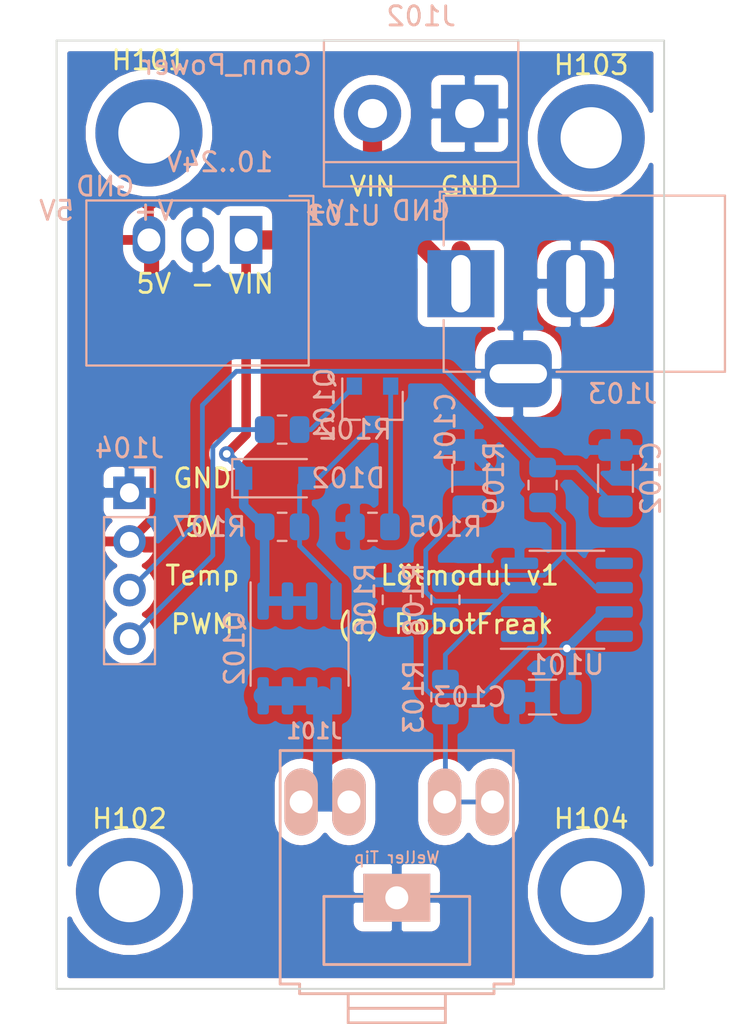
<source format=kicad_pcb>
(kicad_pcb (version 20171130) (host pcbnew 5.1.9-73d0e3b20d~88~ubuntu20.04.1)

  (general
    (thickness 1.6)
    (drawings 26)
    (tracks 97)
    (zones 0)
    (modules 23)
    (nets 17)
  )

  (page A4)
  (layers
    (0 F.Cu signal)
    (31 B.Cu signal)
    (32 B.Adhes user)
    (33 F.Adhes user)
    (34 B.Paste user)
    (35 F.Paste user)
    (36 B.SilkS user)
    (37 F.SilkS user)
    (38 B.Mask user)
    (39 F.Mask user)
    (40 Dwgs.User user)
    (41 Cmts.User user)
    (42 Eco1.User user)
    (43 Eco2.User user)
    (44 Edge.Cuts user)
    (45 Margin user)
    (46 B.CrtYd user)
    (47 F.CrtYd user)
    (48 B.Fab user)
    (49 F.Fab user)
  )

  (setup
    (last_trace_width 0.25)
    (user_trace_width 0.5)
    (user_trace_width 0.75)
    (user_trace_width 1)
    (trace_clearance 0.2)
    (zone_clearance 0.508)
    (zone_45_only no)
    (trace_min 0.2)
    (via_size 0.8)
    (via_drill 0.4)
    (via_min_size 0.4)
    (via_min_drill 0.3)
    (uvia_size 0.3)
    (uvia_drill 0.1)
    (uvias_allowed no)
    (uvia_min_size 0.2)
    (uvia_min_drill 0.1)
    (edge_width 0.1)
    (segment_width 0.2)
    (pcb_text_width 0.3)
    (pcb_text_size 1.5 1.5)
    (mod_edge_width 0.15)
    (mod_text_size 1 1)
    (mod_text_width 0.15)
    (pad_size 1.524 1.524)
    (pad_drill 0.762)
    (pad_to_mask_clearance 0)
    (aux_axis_origin 0 0)
    (visible_elements FFFFF77F)
    (pcbplotparams
      (layerselection 0x010fc_ffffffff)
      (usegerberextensions false)
      (usegerberattributes true)
      (usegerberadvancedattributes true)
      (creategerberjobfile true)
      (excludeedgelayer true)
      (linewidth 0.100000)
      (plotframeref false)
      (viasonmask false)
      (mode 1)
      (useauxorigin false)
      (hpglpennumber 1)
      (hpglpenspeed 20)
      (hpglpendiameter 15.000000)
      (psnegative false)
      (psa4output false)
      (plotreference true)
      (plotvalue true)
      (plotinvisibletext false)
      (padsonsilk false)
      (subtractmaskfromsilk false)
      (outputformat 1)
      (mirror false)
      (drillshape 0)
      (scaleselection 1)
      (outputdirectory "production"))
  )

  (net 0 "")
  (net 1 GND)
  (net 2 +5V)
  (net 3 TEMP)
  (net 4 PWM)
  (net 5 VS)
  (net 6 HEATER)
  (net 7 TEMPSENSE)
  (net 8 "Net-(C101-Pad1)")
  (net 9 "Net-(Q101-Pad2)")
  (net 10 "Net-(R106-Pad2)")
  (net 11 "Net-(R108-Pad1)")
  (net 12 "Net-(U101-Pad8)")
  (net 13 "Net-(U101-Pad5)")
  (net 14 "Net-(U101-Pad1)")
  (net 15 "Net-(D102-Pad2)")
  (net 16 "Net-(Q101-Pad1)")

  (net_class Default "This is the default net class."
    (clearance 0.2)
    (trace_width 0.25)
    (via_dia 0.8)
    (via_drill 0.4)
    (uvia_dia 0.3)
    (uvia_drill 0.1)
    (add_net +5V)
    (add_net GND)
    (add_net HEATER)
    (add_net "Net-(C101-Pad1)")
    (add_net "Net-(D102-Pad2)")
    (add_net "Net-(Q101-Pad1)")
    (add_net "Net-(Q101-Pad2)")
    (add_net "Net-(R106-Pad2)")
    (add_net "Net-(R108-Pad1)")
    (add_net "Net-(U101-Pad1)")
    (add_net "Net-(U101-Pad5)")
    (add_net "Net-(U101-Pad8)")
    (add_net PWM)
    (add_net TEMP)
    (add_net TEMPSENSE)
    (add_net VS)
  )

  (module Connector_PinHeader_2.54mm:PinHeader_1x04_P2.54mm_Vertical (layer B.Cu) (tedit 59FED5CC) (tstamp 6088D7CF)
    (at 160.02 98.552 180)
    (descr "Through hole straight pin header, 1x04, 2.54mm pitch, single row")
    (tags "Through hole pin header THT 1x04 2.54mm single row")
    (path /608B1D22)
    (fp_text reference J104 (at 0 2.33) (layer B.SilkS)
      (effects (font (size 1 1) (thickness 0.15)) (justify mirror))
    )
    (fp_text value Conn_01x04_Male (at 0 -9.95) (layer B.Fab)
      (effects (font (size 1 1) (thickness 0.15)) (justify mirror))
    )
    (fp_line (start 1.8 1.8) (end -1.8 1.8) (layer B.CrtYd) (width 0.05))
    (fp_line (start 1.8 -9.4) (end 1.8 1.8) (layer B.CrtYd) (width 0.05))
    (fp_line (start -1.8 -9.4) (end 1.8 -9.4) (layer B.CrtYd) (width 0.05))
    (fp_line (start -1.8 1.8) (end -1.8 -9.4) (layer B.CrtYd) (width 0.05))
    (fp_line (start -1.33 1.33) (end 0 1.33) (layer B.SilkS) (width 0.12))
    (fp_line (start -1.33 0) (end -1.33 1.33) (layer B.SilkS) (width 0.12))
    (fp_line (start -1.33 -1.27) (end 1.33 -1.27) (layer B.SilkS) (width 0.12))
    (fp_line (start 1.33 -1.27) (end 1.33 -8.95) (layer B.SilkS) (width 0.12))
    (fp_line (start -1.33 -1.27) (end -1.33 -8.95) (layer B.SilkS) (width 0.12))
    (fp_line (start -1.33 -8.95) (end 1.33 -8.95) (layer B.SilkS) (width 0.12))
    (fp_line (start -1.27 0.635) (end -0.635 1.27) (layer B.Fab) (width 0.1))
    (fp_line (start -1.27 -8.89) (end -1.27 0.635) (layer B.Fab) (width 0.1))
    (fp_line (start 1.27 -8.89) (end -1.27 -8.89) (layer B.Fab) (width 0.1))
    (fp_line (start 1.27 1.27) (end 1.27 -8.89) (layer B.Fab) (width 0.1))
    (fp_line (start -0.635 1.27) (end 1.27 1.27) (layer B.Fab) (width 0.1))
    (fp_text user %R (at 0 -3.81 270) (layer B.Fab)
      (effects (font (size 1 1) (thickness 0.15)) (justify mirror))
    )
    (pad 4 thru_hole oval (at 0 -7.62 180) (size 1.7 1.7) (drill 1) (layers *.Cu *.Mask)
      (net 4 PWM))
    (pad 3 thru_hole oval (at 0 -5.08 180) (size 1.7 1.7) (drill 1) (layers *.Cu *.Mask)
      (net 3 TEMP))
    (pad 2 thru_hole oval (at 0 -2.54 180) (size 1.7 1.7) (drill 1) (layers *.Cu *.Mask)
      (net 2 +5V))
    (pad 1 thru_hole rect (at 0 0 180) (size 1.7 1.7) (drill 1) (layers *.Cu *.Mask)
      (net 1 GND))
    (model ${KISYS3DMOD}/Connector_PinHeader_2.54mm.3dshapes/PinHeader_1x04_P2.54mm_Vertical.wrl
      (at (xyz 0 0 0))
      (scale (xyz 1 1 1))
      (rotate (xyz 0 0 0))
    )
  )

  (module Connector_BarrelJack:BarrelJack_Horizontal (layer B.Cu) (tedit 5A1DBF6A) (tstamp 607AFFDB)
    (at 177.34 87.63 180)
    (descr "DC Barrel Jack")
    (tags "Power Jack")
    (path /6088E786)
    (fp_text reference J103 (at -8.45 -5.75) (layer B.SilkS)
      (effects (font (size 1 1) (thickness 0.15)) (justify mirror))
    )
    (fp_text value Barrel_Jack_Switch (at -6.2 5.5) (layer B.Fab)
      (effects (font (size 1 1) (thickness 0.15)) (justify mirror))
    )
    (fp_line (start 0 4.5) (end -13.7 4.5) (layer B.Fab) (width 0.1))
    (fp_line (start 0.8 -4.5) (end 0.8 3.75) (layer B.Fab) (width 0.1))
    (fp_line (start -13.7 -4.5) (end 0.8 -4.5) (layer B.Fab) (width 0.1))
    (fp_line (start -13.7 4.5) (end -13.7 -4.5) (layer B.Fab) (width 0.1))
    (fp_line (start -10.2 4.5) (end -10.2 -4.5) (layer B.Fab) (width 0.1))
    (fp_line (start 0.9 4.6) (end 0.9 2) (layer B.SilkS) (width 0.12))
    (fp_line (start -13.8 4.6) (end 0.9 4.6) (layer B.SilkS) (width 0.12))
    (fp_line (start 0.9 -4.6) (end -1 -4.6) (layer B.SilkS) (width 0.12))
    (fp_line (start 0.9 -1.9) (end 0.9 -4.6) (layer B.SilkS) (width 0.12))
    (fp_line (start -13.8 -4.6) (end -13.8 4.6) (layer B.SilkS) (width 0.12))
    (fp_line (start -5 -4.6) (end -13.8 -4.6) (layer B.SilkS) (width 0.12))
    (fp_line (start -14 -4.75) (end -14 4.75) (layer B.CrtYd) (width 0.05))
    (fp_line (start -5 -4.75) (end -14 -4.75) (layer B.CrtYd) (width 0.05))
    (fp_line (start -5 -6.75) (end -5 -4.75) (layer B.CrtYd) (width 0.05))
    (fp_line (start -1 -6.75) (end -5 -6.75) (layer B.CrtYd) (width 0.05))
    (fp_line (start -1 -4.75) (end -1 -6.75) (layer B.CrtYd) (width 0.05))
    (fp_line (start 1 -4.75) (end -1 -4.75) (layer B.CrtYd) (width 0.05))
    (fp_line (start 1 -2) (end 1 -4.75) (layer B.CrtYd) (width 0.05))
    (fp_line (start 2 -2) (end 1 -2) (layer B.CrtYd) (width 0.05))
    (fp_line (start 2 2) (end 2 -2) (layer B.CrtYd) (width 0.05))
    (fp_line (start 1 2) (end 2 2) (layer B.CrtYd) (width 0.05))
    (fp_line (start 1 4.5) (end 1 2) (layer B.CrtYd) (width 0.05))
    (fp_line (start 1 4.75) (end -14 4.75) (layer B.CrtYd) (width 0.05))
    (fp_line (start 1 4.5) (end 1 4.75) (layer B.CrtYd) (width 0.05))
    (fp_line (start 0.05 4.8) (end 1.1 4.8) (layer B.SilkS) (width 0.12))
    (fp_line (start 1.1 3.75) (end 1.1 4.8) (layer B.SilkS) (width 0.12))
    (fp_line (start -0.003213 4.505425) (end 0.8 3.75) (layer B.Fab) (width 0.1))
    (fp_text user %R (at -3 2.95) (layer B.Fab)
      (effects (font (size 1 1) (thickness 0.15)) (justify mirror))
    )
    (pad 3 thru_hole roundrect (at -3 -4.7 180) (size 3.5 3.5) (drill oval 3 1) (layers *.Cu *.Mask) (roundrect_rratio 0.25)
      (net 1 GND))
    (pad 2 thru_hole roundrect (at -6 0 180) (size 3 3.5) (drill oval 1 3) (layers *.Cu *.Mask) (roundrect_rratio 0.25)
      (net 1 GND))
    (pad 1 thru_hole rect (at 0 0 180) (size 3.5 3.5) (drill oval 1 3) (layers *.Cu *.Mask)
      (net 5 VS))
    (model ${KISYS3DMOD}/Connector_BarrelJack.3dshapes/BarrelJack_Horizontal.wrl
      (at (xyz 0 0 0))
      (scale (xyz 1 1 1))
      (rotate (xyz 0 0 0))
    )
  )

  (module Package_TO_SOT_SMD:SOT-23 (layer B.Cu) (tedit 5A02FF57) (tstamp 604E66BD)
    (at 172.72 93.98 270)
    (descr "SOT-23, Standard")
    (tags SOT-23)
    (path /604FE51F)
    (attr smd)
    (fp_text reference Q101 (at 0 2.5 90) (layer B.SilkS)
      (effects (font (size 1 1) (thickness 0.15)) (justify mirror))
    )
    (fp_text value BC847 (at 0 -2.5 90) (layer B.Fab)
      (effects (font (size 1 1) (thickness 0.15)) (justify mirror))
    )
    (fp_line (start -0.7 0.95) (end -0.7 -1.5) (layer B.Fab) (width 0.1))
    (fp_line (start -0.15 1.52) (end 0.7 1.52) (layer B.Fab) (width 0.1))
    (fp_line (start -0.7 0.95) (end -0.15 1.52) (layer B.Fab) (width 0.1))
    (fp_line (start 0.7 1.52) (end 0.7 -1.52) (layer B.Fab) (width 0.1))
    (fp_line (start -0.7 -1.52) (end 0.7 -1.52) (layer B.Fab) (width 0.1))
    (fp_line (start 0.76 -1.58) (end 0.76 -0.65) (layer B.SilkS) (width 0.12))
    (fp_line (start 0.76 1.58) (end 0.76 0.65) (layer B.SilkS) (width 0.12))
    (fp_line (start -1.7 1.75) (end 1.7 1.75) (layer B.CrtYd) (width 0.05))
    (fp_line (start 1.7 1.75) (end 1.7 -1.75) (layer B.CrtYd) (width 0.05))
    (fp_line (start 1.7 -1.75) (end -1.7 -1.75) (layer B.CrtYd) (width 0.05))
    (fp_line (start -1.7 -1.75) (end -1.7 1.75) (layer B.CrtYd) (width 0.05))
    (fp_line (start 0.76 1.58) (end -1.4 1.58) (layer B.SilkS) (width 0.12))
    (fp_line (start 0.76 -1.58) (end -0.7 -1.58) (layer B.SilkS) (width 0.12))
    (fp_text user %R (at 0 0 180) (layer B.Fab)
      (effects (font (size 0.5 0.5) (thickness 0.075)) (justify mirror))
    )
    (pad 3 smd rect (at 1 0 270) (size 0.9 0.8) (layers B.Cu B.Paste B.Mask)
      (net 15 "Net-(D102-Pad2)"))
    (pad 2 smd rect (at -1 -0.95 270) (size 0.9 0.8) (layers B.Cu B.Paste B.Mask)
      (net 9 "Net-(Q101-Pad2)"))
    (pad 1 smd rect (at -1 0.95 270) (size 0.9 0.8) (layers B.Cu B.Paste B.Mask)
      (net 16 "Net-(Q101-Pad1)"))
    (model ${KISYS3DMOD}/Package_TO_SOT_SMD.3dshapes/SOT-23.wrl
      (at (xyz 0 0 0))
      (scale (xyz 1 1 1))
      (rotate (xyz 0 0 0))
    )
  )

  (module Package_SO:SOIC-8_3.9x4.9mm_P1.27mm (layer B.Cu) (tedit 5D9F72B1) (tstamp 604E503F)
    (at 168.91 106.68 270)
    (descr "SOIC, 8 Pin (JEDEC MS-012AA, https://www.analog.com/media/en/package-pcb-resources/package/pkg_pdf/soic_narrow-r/r_8.pdf), generated with kicad-footprint-generator ipc_gullwing_generator.py")
    (tags "SOIC SO")
    (path /604E313E)
    (attr smd)
    (fp_text reference Q102 (at 0 3.4 270) (layer B.SilkS)
      (effects (font (size 1 1) (thickness 0.15)) (justify mirror))
    )
    (fp_text value IRF7404 (at 0 -3.4 270) (layer B.Fab)
      (effects (font (size 1 1) (thickness 0.15)) (justify mirror))
    )
    (fp_line (start 0 -2.56) (end 1.95 -2.56) (layer B.SilkS) (width 0.12))
    (fp_line (start 0 -2.56) (end -1.95 -2.56) (layer B.SilkS) (width 0.12))
    (fp_line (start 0 2.56) (end 1.95 2.56) (layer B.SilkS) (width 0.12))
    (fp_line (start 0 2.56) (end -3.45 2.56) (layer B.SilkS) (width 0.12))
    (fp_line (start -0.975 2.45) (end 1.95 2.45) (layer B.Fab) (width 0.1))
    (fp_line (start 1.95 2.45) (end 1.95 -2.45) (layer B.Fab) (width 0.1))
    (fp_line (start 1.95 -2.45) (end -1.95 -2.45) (layer B.Fab) (width 0.1))
    (fp_line (start -1.95 -2.45) (end -1.95 1.475) (layer B.Fab) (width 0.1))
    (fp_line (start -1.95 1.475) (end -0.975 2.45) (layer B.Fab) (width 0.1))
    (fp_line (start -3.7 2.7) (end -3.7 -2.7) (layer B.CrtYd) (width 0.05))
    (fp_line (start -3.7 -2.7) (end 3.7 -2.7) (layer B.CrtYd) (width 0.05))
    (fp_line (start 3.7 -2.7) (end 3.7 2.7) (layer B.CrtYd) (width 0.05))
    (fp_line (start 3.7 2.7) (end -3.7 2.7) (layer B.CrtYd) (width 0.05))
    (fp_text user %R (at 0 0 270) (layer B.Fab)
      (effects (font (size 0.98 0.98) (thickness 0.15)) (justify mirror))
    )
    (pad 8 smd roundrect (at 2.475 1.905 270) (size 1.95 0.6) (layers B.Cu B.Paste B.Mask) (roundrect_rratio 0.25)
      (net 6 HEATER))
    (pad 7 smd roundrect (at 2.475 0.635 270) (size 1.95 0.6) (layers B.Cu B.Paste B.Mask) (roundrect_rratio 0.25)
      (net 6 HEATER))
    (pad 6 smd roundrect (at 2.475 -0.635 270) (size 1.95 0.6) (layers B.Cu B.Paste B.Mask) (roundrect_rratio 0.25)
      (net 6 HEATER))
    (pad 5 smd roundrect (at 2.475 -1.905 270) (size 1.95 0.6) (layers B.Cu B.Paste B.Mask) (roundrect_rratio 0.25)
      (net 6 HEATER))
    (pad 4 smd roundrect (at -2.475 -1.905 270) (size 1.95 0.6) (layers B.Cu B.Paste B.Mask) (roundrect_rratio 0.25)
      (net 15 "Net-(D102-Pad2)"))
    (pad 3 smd roundrect (at -2.475 -0.635 270) (size 1.95 0.6) (layers B.Cu B.Paste B.Mask) (roundrect_rratio 0.25)
      (net 5 VS))
    (pad 2 smd roundrect (at -2.475 0.635 270) (size 1.95 0.6) (layers B.Cu B.Paste B.Mask) (roundrect_rratio 0.25)
      (net 5 VS))
    (pad 1 smd roundrect (at -2.475 1.905 270) (size 1.95 0.6) (layers B.Cu B.Paste B.Mask) (roundrect_rratio 0.25)
      (net 5 VS))
    (model ${KISYS3DMOD}/Package_SO.3dshapes/SOIC-8_3.9x4.9mm_P1.27mm.wrl
      (at (xyz 0 0 0))
      (scale (xyz 1 1 1))
      (rotate (xyz 0 0 0))
    )
  )

  (module Resistor_SMD:R_0805_2012Metric (layer B.Cu) (tedit 5F68FEEE) (tstamp 603BC639)
    (at 172.72 100.33 180)
    (descr "Resistor SMD 0805 (2012 Metric), square (rectangular) end terminal, IPC_7351 nominal, (Body size source: IPC-SM-782 page 72, https://www.pcb-3d.com/wordpress/wp-content/uploads/ipc-sm-782a_amendment_1_and_2.pdf), generated with kicad-footprint-generator")
    (tags resistor)
    (path /604072AB)
    (attr smd)
    (fp_text reference R105 (at -3.81 0) (layer B.SilkS)
      (effects (font (size 1 1) (thickness 0.15)) (justify mirror))
    )
    (fp_text value R (at 0 -1.65) (layer B.Fab)
      (effects (font (size 1 1) (thickness 0.15)) (justify mirror))
    )
    (fp_line (start -1 -0.625) (end -1 0.625) (layer B.Fab) (width 0.1))
    (fp_line (start -1 0.625) (end 1 0.625) (layer B.Fab) (width 0.1))
    (fp_line (start 1 0.625) (end 1 -0.625) (layer B.Fab) (width 0.1))
    (fp_line (start 1 -0.625) (end -1 -0.625) (layer B.Fab) (width 0.1))
    (fp_line (start -0.227064 0.735) (end 0.227064 0.735) (layer B.SilkS) (width 0.12))
    (fp_line (start -0.227064 -0.735) (end 0.227064 -0.735) (layer B.SilkS) (width 0.12))
    (fp_line (start -1.68 -0.95) (end -1.68 0.95) (layer B.CrtYd) (width 0.05))
    (fp_line (start -1.68 0.95) (end 1.68 0.95) (layer B.CrtYd) (width 0.05))
    (fp_line (start 1.68 0.95) (end 1.68 -0.95) (layer B.CrtYd) (width 0.05))
    (fp_line (start 1.68 -0.95) (end -1.68 -0.95) (layer B.CrtYd) (width 0.05))
    (fp_text user %R (at 0 0) (layer B.Fab)
      (effects (font (size 0.5 0.5) (thickness 0.08)) (justify mirror))
    )
    (pad 2 smd roundrect (at 0.9125 0 180) (size 1.025 1.4) (layers B.Cu B.Paste B.Mask) (roundrect_rratio 0.2439014634146341)
      (net 1 GND))
    (pad 1 smd roundrect (at -0.9125 0 180) (size 1.025 1.4) (layers B.Cu B.Paste B.Mask) (roundrect_rratio 0.2439014634146341)
      (net 9 "Net-(Q101-Pad2)"))
    (model ${KISYS3DMOD}/Resistor_SMD.3dshapes/R_0805_2012Metric.wrl
      (at (xyz 0 0 0))
      (scale (xyz 1 1 1))
      (rotate (xyz 0 0 0))
    )
  )

  (module Diode_SMD:D_SOD-123 (layer B.Cu) (tedit 58645DC7) (tstamp 603BC476)
    (at 167.64 97.79)
    (descr SOD-123)
    (tags SOD-123)
    (path /603FFB08)
    (attr smd)
    (fp_text reference D102 (at 3.81 0) (layer B.SilkS)
      (effects (font (size 1 1) (thickness 0.15)) (justify mirror))
    )
    (fp_text value D_Zener (at 0 -2.1) (layer B.Fab)
      (effects (font (size 1 1) (thickness 0.15)) (justify mirror))
    )
    (fp_line (start -2.25 1) (end -2.25 -1) (layer B.SilkS) (width 0.12))
    (fp_line (start 0.25 0) (end 0.75 0) (layer B.Fab) (width 0.1))
    (fp_line (start 0.25 -0.4) (end -0.35 0) (layer B.Fab) (width 0.1))
    (fp_line (start 0.25 0.4) (end 0.25 -0.4) (layer B.Fab) (width 0.1))
    (fp_line (start -0.35 0) (end 0.25 0.4) (layer B.Fab) (width 0.1))
    (fp_line (start -0.35 0) (end -0.35 -0.55) (layer B.Fab) (width 0.1))
    (fp_line (start -0.35 0) (end -0.35 0.55) (layer B.Fab) (width 0.1))
    (fp_line (start -0.75 0) (end -0.35 0) (layer B.Fab) (width 0.1))
    (fp_line (start -1.4 -0.9) (end -1.4 0.9) (layer B.Fab) (width 0.1))
    (fp_line (start 1.4 -0.9) (end -1.4 -0.9) (layer B.Fab) (width 0.1))
    (fp_line (start 1.4 0.9) (end 1.4 -0.9) (layer B.Fab) (width 0.1))
    (fp_line (start -1.4 0.9) (end 1.4 0.9) (layer B.Fab) (width 0.1))
    (fp_line (start -2.35 1.15) (end 2.35 1.15) (layer B.CrtYd) (width 0.05))
    (fp_line (start 2.35 1.15) (end 2.35 -1.15) (layer B.CrtYd) (width 0.05))
    (fp_line (start 2.35 -1.15) (end -2.35 -1.15) (layer B.CrtYd) (width 0.05))
    (fp_line (start -2.35 1.15) (end -2.35 -1.15) (layer B.CrtYd) (width 0.05))
    (fp_line (start -2.25 -1) (end 1.65 -1) (layer B.SilkS) (width 0.12))
    (fp_line (start -2.25 1) (end 1.65 1) (layer B.SilkS) (width 0.12))
    (fp_text user %R (at 0 2) (layer B.Fab)
      (effects (font (size 1 1) (thickness 0.15)) (justify mirror))
    )
    (pad 2 smd rect (at 1.65 0) (size 0.9 1.2) (layers B.Cu B.Paste B.Mask)
      (net 15 "Net-(D102-Pad2)"))
    (pad 1 smd rect (at -1.65 0) (size 0.9 1.2) (layers B.Cu B.Paste B.Mask)
      (net 5 VS))
    (model ${KISYS3DMOD}/Diode_SMD.3dshapes/D_SOD-123.wrl
      (at (xyz 0 0 0))
      (scale (xyz 1 1 1))
      (rotate (xyz 0 0 0))
    )
  )

  (module Maiskolben2:Tayda_3.5mm_stereo_TRS_jack_A-853 (layer B.Cu) (tedit 6039790A) (tstamp 603A2AB4)
    (at 173.99 118.11)
    (path /60990700)
    (fp_text reference J101 (at -4.318 -7.112) (layer B.SilkS)
      (effects (font (size 0.8 0.8) (thickness 0.15)) (justify mirror))
    )
    (fp_text value "Weller Tip" (at 0 -0.508) (layer B.SilkS)
      (effects (font (size 0.6 0.6) (thickness 0.1)) (justify mirror))
    )
    (fp_line (start 6.096 -6.096) (end -6.096 -6.096) (layer B.SilkS) (width 0.15))
    (fp_line (start 6.096 6.096) (end 6.096 -6.096) (layer B.SilkS) (width 0.15))
    (fp_line (start -6.096 -6.096) (end -6.096 6.096) (layer B.SilkS) (width 0.15))
    (fp_line (start -2.54 8.128) (end 2.54 8.128) (layer B.SilkS) (width 0.15))
    (fp_line (start 5.08 6.604) (end 5.08 6.096) (layer B.SilkS) (width 0.15))
    (fp_line (start -5.08 6.604) (end 5.08 6.604) (layer B.SilkS) (width 0.15))
    (fp_line (start -5.08 6.35) (end -5.08 6.604) (layer B.SilkS) (width 0.15))
    (fp_line (start -5.08 6.096) (end -5.08 6.35) (layer B.SilkS) (width 0.15))
    (fp_line (start -2.54 7.366) (end 2.54 7.366) (layer B.SilkS) (width 0.15))
    (fp_line (start 2.54 6.604) (end 2.54 8.128) (layer B.SilkS) (width 0.15))
    (fp_line (start -2.54 8.128) (end -2.54 6.604) (layer B.SilkS) (width 0.15))
    (fp_line (start 6.096 6.096) (end 5.08 6.096) (layer B.SilkS) (width 0.15))
    (fp_line (start -5.08 6.096) (end -6.096 6.096) (layer B.SilkS) (width 0.15))
    (fp_line (start 3.81 1.524) (end 1.778 1.524) (layer B.SilkS) (width 0.15))
    (fp_line (start 3.81 5.08) (end 3.81 1.524) (layer B.SilkS) (width 0.15))
    (fp_line (start -3.81 5.08) (end 3.81 5.08) (layer B.SilkS) (width 0.15))
    (fp_line (start -3.81 1.524) (end -3.81 5.08) (layer B.SilkS) (width 0.15))
    (fp_line (start -1.778 1.524) (end -3.81 1.524) (layer B.SilkS) (width 0.15))
    (pad 1 thru_hole rect (at 0 1.596) (size 3.5 2.5) (drill 1.2) (layers *.Cu *.Mask B.SilkS)
      (net 1 GND))
    (pad 3 thru_hole oval (at 5 -3.41) (size 1.75 3.5) (drill 1.2) (layers *.Cu *.Mask B.SilkS)
      (net 7 TEMPSENSE))
    (pad 2 thru_hole oval (at -5 -3.41) (size 1.75 3.5) (drill 1.2) (layers *.Cu *.Mask B.SilkS)
      (net 6 HEATER))
    (pad 5 thru_hole oval (at 2.5 -3.41) (size 1.75 3.5) (drill 1.2) (layers *.Cu *.Mask B.SilkS)
      (net 7 TEMPSENSE))
    (pad 4 thru_hole oval (at -2.5 -3.41) (size 1.75 3.5) (drill 1.2) (layers *.Cu *.Mask B.SilkS)
      (net 6 HEATER))
  )

  (module MountingHole:MountingHole_3.2mm_M3_DIN965_Pad_TopBottom (layer F.Cu) (tedit 56D1B4CB) (tstamp 6034EDCC)
    (at 184.15 119.38)
    (descr "Mounting Hole 3.2mm, M3, DIN965")
    (tags "mounting hole 3.2mm m3 din965")
    (path /60403F64)
    (attr virtual)
    (fp_text reference H104 (at 0 -3.8) (layer F.SilkS)
      (effects (font (size 1 1) (thickness 0.15)))
    )
    (fp_text value MountingHole (at 0 3.8) (layer F.Fab)
      (effects (font (size 1 1) (thickness 0.15)))
    )
    (fp_circle (center 0 0) (end 3.05 0) (layer F.CrtYd) (width 0.05))
    (fp_circle (center 0 0) (end 2.8 0) (layer Cmts.User) (width 0.15))
    (fp_text user %R (at 0.3 0) (layer F.Fab)
      (effects (font (size 1 1) (thickness 0.15)))
    )
    (pad 1 connect circle (at 0 0) (size 5.6 5.6) (layers B.Cu B.Mask))
    (pad 1 connect circle (at 0 0) (size 5.6 5.6) (layers F.Cu F.Mask))
    (pad 1 thru_hole circle (at 0 0) (size 3.6 3.6) (drill 3.2) (layers *.Cu *.Mask))
  )

  (module MountingHole:MountingHole_3.2mm_M3_DIN965_Pad_TopBottom (layer F.Cu) (tedit 56D1B4CB) (tstamp 6034EDC2)
    (at 184.15 80.01)
    (descr "Mounting Hole 3.2mm, M3, DIN965")
    (tags "mounting hole 3.2mm m3 din965")
    (path /60403C49)
    (attr virtual)
    (fp_text reference H103 (at 0 -3.8) (layer F.SilkS)
      (effects (font (size 1 1) (thickness 0.15)))
    )
    (fp_text value MountingHole (at 0 3.8) (layer F.Fab)
      (effects (font (size 1 1) (thickness 0.15)))
    )
    (fp_circle (center 0 0) (end 3.05 0) (layer F.CrtYd) (width 0.05))
    (fp_circle (center 0 0) (end 2.8 0) (layer Cmts.User) (width 0.15))
    (fp_text user %R (at 0.3 0) (layer F.Fab)
      (effects (font (size 1 1) (thickness 0.15)))
    )
    (pad 1 connect circle (at 0 0) (size 5.6 5.6) (layers B.Cu B.Mask))
    (pad 1 connect circle (at 0 0) (size 5.6 5.6) (layers F.Cu F.Mask))
    (pad 1 thru_hole circle (at 0 0) (size 3.6 3.6) (drill 3.2) (layers *.Cu *.Mask))
  )

  (module MountingHole:MountingHole_3.2mm_M3_DIN965_Pad_TopBottom (layer F.Cu) (tedit 56D1B4CB) (tstamp 6034EDB8)
    (at 160.02 119.38)
    (descr "Mounting Hole 3.2mm, M3, DIN965")
    (tags "mounting hole 3.2mm m3 din965")
    (path /604039DA)
    (attr virtual)
    (fp_text reference H102 (at 0 -3.8) (layer F.SilkS)
      (effects (font (size 1 1) (thickness 0.15)))
    )
    (fp_text value MountingHole (at 0 3.8) (layer F.Fab)
      (effects (font (size 1 1) (thickness 0.15)))
    )
    (fp_circle (center 0 0) (end 3.05 0) (layer F.CrtYd) (width 0.05))
    (fp_circle (center 0 0) (end 2.8 0) (layer Cmts.User) (width 0.15))
    (fp_text user %R (at 0.3 0) (layer F.Fab)
      (effects (font (size 1 1) (thickness 0.15)))
    )
    (pad 1 connect circle (at 0 0) (size 5.6 5.6) (layers B.Cu B.Mask))
    (pad 1 connect circle (at 0 0) (size 5.6 5.6) (layers F.Cu F.Mask))
    (pad 1 thru_hole circle (at 0 0) (size 3.6 3.6) (drill 3.2) (layers *.Cu *.Mask))
  )

  (module MountingHole:MountingHole_3.2mm_M3_DIN965_Pad_TopBottom (layer F.Cu) (tedit 56D1B4CB) (tstamp 6034EDAE)
    (at 161.036 79.756)
    (descr "Mounting Hole 3.2mm, M3, DIN965")
    (tags "mounting hole 3.2mm m3 din965")
    (path /60402F9E)
    (attr virtual)
    (fp_text reference H101 (at 0 -3.8) (layer F.SilkS)
      (effects (font (size 1 1) (thickness 0.15)))
    )
    (fp_text value MountingHole (at 0 3.8) (layer F.Fab)
      (effects (font (size 1 1) (thickness 0.15)))
    )
    (fp_circle (center 0 0) (end 3.05 0) (layer F.CrtYd) (width 0.05))
    (fp_circle (center 0 0) (end 2.8 0) (layer Cmts.User) (width 0.15))
    (fp_text user %R (at 0.3 0) (layer F.Fab)
      (effects (font (size 1 1) (thickness 0.15)))
    )
    (pad 1 connect circle (at 0 0) (size 5.6 5.6) (layers B.Cu B.Mask))
    (pad 1 connect circle (at 0 0) (size 5.6 5.6) (layers F.Cu F.Mask))
    (pad 1 thru_hole circle (at 0 0) (size 3.6 3.6) (drill 3.2) (layers *.Cu *.Mask))
  )

  (module TerminalBlock:TerminalBlock_bornier-2_P5.08mm (layer B.Cu) (tedit 59FF03AB) (tstamp 6031D110)
    (at 177.8 78.74 180)
    (descr "simple 2-pin terminal block, pitch 5.08mm, revamped version of bornier2")
    (tags "terminal block bornier2")
    (path /604964ED)
    (fp_text reference J102 (at 2.54 5.08) (layer B.SilkS)
      (effects (font (size 1 1) (thickness 0.15)) (justify mirror))
    )
    (fp_text value Conn_Power (at 12.7 2.54) (layer B.SilkS)
      (effects (font (size 1 1) (thickness 0.15)) (justify mirror))
    )
    (fp_line (start 7.79 -4) (end -2.71 -4) (layer B.CrtYd) (width 0.05))
    (fp_line (start 7.79 -4) (end 7.79 4) (layer B.CrtYd) (width 0.05))
    (fp_line (start -2.71 4) (end -2.71 -4) (layer B.CrtYd) (width 0.05))
    (fp_line (start -2.71 4) (end 7.79 4) (layer B.CrtYd) (width 0.05))
    (fp_line (start -2.54 -3.81) (end 7.62 -3.81) (layer B.SilkS) (width 0.12))
    (fp_line (start -2.54 3.81) (end -2.54 -3.81) (layer B.SilkS) (width 0.12))
    (fp_line (start 7.62 3.81) (end -2.54 3.81) (layer B.SilkS) (width 0.12))
    (fp_line (start 7.62 -3.81) (end 7.62 3.81) (layer B.SilkS) (width 0.12))
    (fp_line (start 7.62 -2.54) (end -2.54 -2.54) (layer B.SilkS) (width 0.12))
    (fp_line (start 7.54 3.75) (end -2.46 3.75) (layer B.Fab) (width 0.1))
    (fp_line (start 7.54 -3.75) (end 7.54 3.75) (layer B.Fab) (width 0.1))
    (fp_line (start -2.46 -3.75) (end 7.54 -3.75) (layer B.Fab) (width 0.1))
    (fp_line (start -2.46 3.75) (end -2.46 -3.75) (layer B.Fab) (width 0.1))
    (fp_line (start -2.41 -2.55) (end 7.49 -2.55) (layer B.Fab) (width 0.1))
    (fp_text user %R (at 2.54 0) (layer B.Fab)
      (effects (font (size 1 1) (thickness 0.15)) (justify mirror))
    )
    (pad 2 thru_hole circle (at 5.08 0 180) (size 3 3) (drill 1.52) (layers *.Cu *.Mask)
      (net 5 VS))
    (pad 1 thru_hole rect (at 0 0 180) (size 3 3) (drill 1.52) (layers *.Cu *.Mask)
      (net 1 GND))
    (model ${KISYS3DMOD}/TerminalBlock.3dshapes/TerminalBlock_bornier-2_P5.08mm.wrl
      (offset (xyz 2.539999961853027 0 0))
      (scale (xyz 1 1 1))
      (rotate (xyz 0 0 0))
    )
  )

  (module Converter_DCDC:Converter_DCDC_RECOM_R-78B-2.0_THT (layer B.Cu) (tedit 5B741BB0) (tstamp 6031D3EF)
    (at 166.116 85.344 180)
    (descr "DCDC-Converter, RECOM, RECOM_R-78B-2.0, SIP-3, pitch 2.54mm, package size 11.5x8.5x17.5mm^3, https://www.recom-power.com/pdf/Innoline/R-78Bxx-2.0.pdf")
    (tags "dc-dc recom buck sip-3 pitch 2.54mm")
    (path /607CF449)
    (fp_text reference U102 (at -5.08 1.27) (layer B.SilkS)
      (effects (font (size 1 1) (thickness 0.15)) (justify mirror))
    )
    (fp_text value R-78B5.0-2.0 (at 2.54 -7.5) (layer B.Fab)
      (effects (font (size 1 1) (thickness 0.15)) (justify mirror))
    )
    (fp_line (start 8.54 2.25) (end -3.46 2.25) (layer B.CrtYd) (width 0.05))
    (fp_line (start 8.54 -6.75) (end 8.54 2.25) (layer B.CrtYd) (width 0.05))
    (fp_line (start -3.46 -6.75) (end 8.54 -6.75) (layer B.CrtYd) (width 0.05))
    (fp_line (start -3.46 2.25) (end -3.46 -6.75) (layer B.CrtYd) (width 0.05))
    (fp_line (start -3.51 2.3) (end -2.27 2.3) (layer B.SilkS) (width 0.12))
    (fp_line (start -3.51 1.06) (end -3.51 2.3) (layer B.SilkS) (width 0.12))
    (fp_line (start 8.35 2.06) (end 8.35 -6.56) (layer B.SilkS) (width 0.12))
    (fp_line (start -3.27 2.06) (end -3.27 -6.56) (layer B.SilkS) (width 0.12))
    (fp_line (start -3.27 -6.56) (end 8.35 -6.56) (layer B.SilkS) (width 0.12))
    (fp_line (start -3.27 2.06) (end 8.35 2.06) (layer B.SilkS) (width 0.12))
    (fp_line (start -3.21 1) (end -2.21 2) (layer B.Fab) (width 0.1))
    (fp_line (start -3.21 -6.5) (end -3.21 1) (layer B.Fab) (width 0.1))
    (fp_line (start 8.29 -6.5) (end -3.21 -6.5) (layer B.Fab) (width 0.1))
    (fp_line (start 8.29 2) (end 8.29 -6.5) (layer B.Fab) (width 0.1))
    (fp_line (start -2.21 2) (end 8.29 2) (layer B.Fab) (width 0.1))
    (fp_text user %R (at 2.54 -2.25) (layer B.Fab)
      (effects (font (size 1 1) (thickness 0.15)) (justify mirror))
    )
    (pad 3 thru_hole oval (at 5.08 0 180) (size 1.7 2.5) (drill 1.2) (layers *.Cu *.Mask)
      (net 2 +5V))
    (pad 2 thru_hole oval (at 2.54 0 180) (size 1.7 2.5) (drill 1.2) (layers *.Cu *.Mask)
      (net 1 GND))
    (pad 1 thru_hole rect (at 0 0 180) (size 1.7 2.5) (drill 1.2) (layers *.Cu *.Mask)
      (net 5 VS))
    (model ${KISYS3DMOD}/Converter_DCDC.3dshapes/Converter_DCDC_RECOM_R-78B-2.0_THT.wrl
      (at (xyz 0 0 0))
      (scale (xyz 1 1 1))
      (rotate (xyz 0 0 0))
    )
  )

  (module Package_SO:SOIC-8_3.9x4.9mm_P1.27mm (layer B.Cu) (tedit 5D9F72B1) (tstamp 6031D3D8)
    (at 182.88 104.14)
    (descr "SOIC, 8 Pin (JEDEC MS-012AA, https://www.analog.com/media/en/package-pcb-resources/package/pkg_pdf/soic_narrow-r/r_8.pdf), generated with kicad-footprint-generator ipc_gullwing_generator.py")
    (tags "SOIC SO")
    (path /6049308F)
    (attr smd)
    (fp_text reference U101 (at 0 3.4) (layer B.SilkS)
      (effects (font (size 1 1) (thickness 0.15)) (justify mirror))
    )
    (fp_text value OPA330xxD (at 0 -3.4) (layer B.Fab)
      (effects (font (size 1 1) (thickness 0.15)) (justify mirror))
    )
    (fp_line (start 3.7 2.7) (end -3.7 2.7) (layer B.CrtYd) (width 0.05))
    (fp_line (start 3.7 -2.7) (end 3.7 2.7) (layer B.CrtYd) (width 0.05))
    (fp_line (start -3.7 -2.7) (end 3.7 -2.7) (layer B.CrtYd) (width 0.05))
    (fp_line (start -3.7 2.7) (end -3.7 -2.7) (layer B.CrtYd) (width 0.05))
    (fp_line (start -1.95 1.475) (end -0.975 2.45) (layer B.Fab) (width 0.1))
    (fp_line (start -1.95 -2.45) (end -1.95 1.475) (layer B.Fab) (width 0.1))
    (fp_line (start 1.95 -2.45) (end -1.95 -2.45) (layer B.Fab) (width 0.1))
    (fp_line (start 1.95 2.45) (end 1.95 -2.45) (layer B.Fab) (width 0.1))
    (fp_line (start -0.975 2.45) (end 1.95 2.45) (layer B.Fab) (width 0.1))
    (fp_line (start 0 2.56) (end -3.45 2.56) (layer B.SilkS) (width 0.12))
    (fp_line (start 0 2.56) (end 1.95 2.56) (layer B.SilkS) (width 0.12))
    (fp_line (start 0 -2.56) (end -1.95 -2.56) (layer B.SilkS) (width 0.12))
    (fp_line (start 0 -2.56) (end 1.95 -2.56) (layer B.SilkS) (width 0.12))
    (fp_text user %R (at 0 0) (layer B.Fab)
      (effects (font (size 0.98 0.98) (thickness 0.15)) (justify mirror))
    )
    (pad 8 smd roundrect (at 2.475 1.905) (size 1.95 0.6) (layers B.Cu B.Paste B.Mask) (roundrect_rratio 0.25)
      (net 12 "Net-(U101-Pad8)"))
    (pad 7 smd roundrect (at 2.475 0.635) (size 1.95 0.6) (layers B.Cu B.Paste B.Mask) (roundrect_rratio 0.25)
      (net 2 +5V))
    (pad 6 smd roundrect (at 2.475 -0.635) (size 1.95 0.6) (layers B.Cu B.Paste B.Mask) (roundrect_rratio 0.25)
      (net 11 "Net-(R108-Pad1)"))
    (pad 5 smd roundrect (at 2.475 -1.905) (size 1.95 0.6) (layers B.Cu B.Paste B.Mask) (roundrect_rratio 0.25)
      (net 13 "Net-(U101-Pad5)"))
    (pad 4 smd roundrect (at -2.475 -1.905) (size 1.95 0.6) (layers B.Cu B.Paste B.Mask) (roundrect_rratio 0.25)
      (net 1 GND))
    (pad 3 smd roundrect (at -2.475 -0.635) (size 1.95 0.6) (layers B.Cu B.Paste B.Mask) (roundrect_rratio 0.25)
      (net 8 "Net-(C101-Pad1)"))
    (pad 2 smd roundrect (at -2.475 0.635) (size 1.95 0.6) (layers B.Cu B.Paste B.Mask) (roundrect_rratio 0.25)
      (net 10 "Net-(R106-Pad2)"))
    (pad 1 smd roundrect (at -2.475 1.905) (size 1.95 0.6) (layers B.Cu B.Paste B.Mask) (roundrect_rratio 0.25)
      (net 14 "Net-(U101-Pad1)"))
    (model ${KISYS3DMOD}/Package_SO.3dshapes/SOIC-8_3.9x4.9mm_P1.27mm.wrl
      (at (xyz 0 0 0))
      (scale (xyz 1 1 1))
      (rotate (xyz 0 0 0))
    )
  )

  (module Resistor_SMD:R_0805_2012Metric (layer B.Cu) (tedit 5F68FEEE) (tstamp 6031D25D)
    (at 181.61 98.1475 270)
    (descr "Resistor SMD 0805 (2012 Metric), square (rectangular) end terminal, IPC_7351 nominal, (Body size source: IPC-SM-782 page 72, https://www.pcb-3d.com/wordpress/wp-content/uploads/ipc-sm-782a_amendment_1_and_2.pdf), generated with kicad-footprint-generator")
    (tags resistor)
    (path /60547A12)
    (attr smd)
    (fp_text reference R109 (at -0.3575 2.54 90) (layer B.SilkS)
      (effects (font (size 1 1) (thickness 0.15)) (justify mirror))
    )
    (fp_text value 1k (at 0 -1.65 90) (layer B.Fab)
      (effects (font (size 1 1) (thickness 0.15)) (justify mirror))
    )
    (fp_line (start 1.68 -0.95) (end -1.68 -0.95) (layer B.CrtYd) (width 0.05))
    (fp_line (start 1.68 0.95) (end 1.68 -0.95) (layer B.CrtYd) (width 0.05))
    (fp_line (start -1.68 0.95) (end 1.68 0.95) (layer B.CrtYd) (width 0.05))
    (fp_line (start -1.68 -0.95) (end -1.68 0.95) (layer B.CrtYd) (width 0.05))
    (fp_line (start -0.227064 -0.735) (end 0.227064 -0.735) (layer B.SilkS) (width 0.12))
    (fp_line (start -0.227064 0.735) (end 0.227064 0.735) (layer B.SilkS) (width 0.12))
    (fp_line (start 1 -0.625) (end -1 -0.625) (layer B.Fab) (width 0.1))
    (fp_line (start 1 0.625) (end 1 -0.625) (layer B.Fab) (width 0.1))
    (fp_line (start -1 0.625) (end 1 0.625) (layer B.Fab) (width 0.1))
    (fp_line (start -1 -0.625) (end -1 0.625) (layer B.Fab) (width 0.1))
    (fp_text user %R (at 0 0 90) (layer B.Fab)
      (effects (font (size 0.5 0.5) (thickness 0.08)) (justify mirror))
    )
    (pad 2 smd roundrect (at 0.9125 0 270) (size 1.025 1.4) (layers B.Cu B.Paste B.Mask) (roundrect_rratio 0.2439004878048781)
      (net 11 "Net-(R108-Pad1)"))
    (pad 1 smd roundrect (at -0.9125 0 270) (size 1.025 1.4) (layers B.Cu B.Paste B.Mask) (roundrect_rratio 0.2439004878048781)
      (net 3 TEMP))
    (model ${KISYS3DMOD}/Resistor_SMD.3dshapes/R_0805_2012Metric.wrl
      (at (xyz 0 0 0))
      (scale (xyz 1 1 1))
      (rotate (xyz 0 0 0))
    )
  )

  (module Resistor_SMD:R_0805_2012Metric (layer B.Cu) (tedit 5F68FEEE) (tstamp 6031D24C)
    (at 167.9975 100.33)
    (descr "Resistor SMD 0805 (2012 Metric), square (rectangular) end terminal, IPC_7351 nominal, (Body size source: IPC-SM-782 page 72, https://www.pcb-3d.com/wordpress/wp-content/uploads/ipc-sm-782a_amendment_1_and_2.pdf), generated with kicad-footprint-generator")
    (tags resistor)
    (path /603BD4D6)
    (attr smd)
    (fp_text reference R107 (at -3.81 0) (layer B.SilkS)
      (effects (font (size 1 1) (thickness 0.15)) (justify mirror))
    )
    (fp_text value 1k (at 0 -1.65) (layer B.Fab)
      (effects (font (size 1 1) (thickness 0.15)) (justify mirror))
    )
    (fp_line (start 1.68 -0.95) (end -1.68 -0.95) (layer B.CrtYd) (width 0.05))
    (fp_line (start 1.68 0.95) (end 1.68 -0.95) (layer B.CrtYd) (width 0.05))
    (fp_line (start -1.68 0.95) (end 1.68 0.95) (layer B.CrtYd) (width 0.05))
    (fp_line (start -1.68 -0.95) (end -1.68 0.95) (layer B.CrtYd) (width 0.05))
    (fp_line (start -0.227064 -0.735) (end 0.227064 -0.735) (layer B.SilkS) (width 0.12))
    (fp_line (start -0.227064 0.735) (end 0.227064 0.735) (layer B.SilkS) (width 0.12))
    (fp_line (start 1 -0.625) (end -1 -0.625) (layer B.Fab) (width 0.1))
    (fp_line (start 1 0.625) (end 1 -0.625) (layer B.Fab) (width 0.1))
    (fp_line (start -1 0.625) (end 1 0.625) (layer B.Fab) (width 0.1))
    (fp_line (start -1 -0.625) (end -1 0.625) (layer B.Fab) (width 0.1))
    (fp_text user %R (at 0 0) (layer B.Fab)
      (effects (font (size 0.5 0.5) (thickness 0.08)) (justify mirror))
    )
    (pad 2 smd roundrect (at 0.9125 0) (size 1.025 1.4) (layers B.Cu B.Paste B.Mask) (roundrect_rratio 0.2439004878048781)
      (net 15 "Net-(D102-Pad2)"))
    (pad 1 smd roundrect (at -0.9125 0) (size 1.025 1.4) (layers B.Cu B.Paste B.Mask) (roundrect_rratio 0.2439004878048781)
      (net 5 VS))
    (model ${KISYS3DMOD}/Resistor_SMD.3dshapes/R_0805_2012Metric.wrl
      (at (xyz 0 0 0))
      (scale (xyz 1 1 1))
      (rotate (xyz 0 0 0))
    )
  )

  (module Resistor_SMD:R_0805_2012Metric (layer B.Cu) (tedit 5F68FEEE) (tstamp 6031D23B)
    (at 176.53 104.14 270)
    (descr "Resistor SMD 0805 (2012 Metric), square (rectangular) end terminal, IPC_7351 nominal, (Body size source: IPC-SM-782 page 72, https://www.pcb-3d.com/wordpress/wp-content/uploads/ipc-sm-782a_amendment_1_and_2.pdf), generated with kicad-footprint-generator")
    (tags resistor)
    (path /6054849A)
    (attr smd)
    (fp_text reference R108 (at 0 1.65 90) (layer B.SilkS)
      (effects (font (size 1 1) (thickness 0.15)) (justify mirror))
    )
    (fp_text value 56k (at 0 -1.65 90) (layer B.Fab)
      (effects (font (size 1 1) (thickness 0.15)) (justify mirror))
    )
    (fp_line (start 1.68 -0.95) (end -1.68 -0.95) (layer B.CrtYd) (width 0.05))
    (fp_line (start 1.68 0.95) (end 1.68 -0.95) (layer B.CrtYd) (width 0.05))
    (fp_line (start -1.68 0.95) (end 1.68 0.95) (layer B.CrtYd) (width 0.05))
    (fp_line (start -1.68 -0.95) (end -1.68 0.95) (layer B.CrtYd) (width 0.05))
    (fp_line (start -0.227064 -0.735) (end 0.227064 -0.735) (layer B.SilkS) (width 0.12))
    (fp_line (start -0.227064 0.735) (end 0.227064 0.735) (layer B.SilkS) (width 0.12))
    (fp_line (start 1 -0.625) (end -1 -0.625) (layer B.Fab) (width 0.1))
    (fp_line (start 1 0.625) (end 1 -0.625) (layer B.Fab) (width 0.1))
    (fp_line (start -1 0.625) (end 1 0.625) (layer B.Fab) (width 0.1))
    (fp_line (start -1 -0.625) (end -1 0.625) (layer B.Fab) (width 0.1))
    (fp_text user %R (at 0 0 90) (layer B.Fab)
      (effects (font (size 0.5 0.5) (thickness 0.08)) (justify mirror))
    )
    (pad 2 smd roundrect (at 0.9125 0 270) (size 1.025 1.4) (layers B.Cu B.Paste B.Mask) (roundrect_rratio 0.2439004878048781)
      (net 10 "Net-(R106-Pad2)"))
    (pad 1 smd roundrect (at -0.9125 0 270) (size 1.025 1.4) (layers B.Cu B.Paste B.Mask) (roundrect_rratio 0.2439004878048781)
      (net 11 "Net-(R108-Pad1)"))
    (model ${KISYS3DMOD}/Resistor_SMD.3dshapes/R_0805_2012Metric.wrl
      (at (xyz 0 0 0))
      (scale (xyz 1 1 1))
      (rotate (xyz 0 0 0))
    )
  )

  (module Resistor_SMD:R_0805_2012Metric (layer B.Cu) (tedit 5F68FEEE) (tstamp 6031D22A)
    (at 173.99 104.14 270)
    (descr "Resistor SMD 0805 (2012 Metric), square (rectangular) end terminal, IPC_7351 nominal, (Body size source: IPC-SM-782 page 72, https://www.pcb-3d.com/wordpress/wp-content/uploads/ipc-sm-782a_amendment_1_and_2.pdf), generated with kicad-footprint-generator")
    (tags resistor)
    (path /605498F8)
    (attr smd)
    (fp_text reference R106 (at 0 1.65 90) (layer B.SilkS)
      (effects (font (size 1 1) (thickness 0.15)) (justify mirror))
    )
    (fp_text value 100 (at 0 -1.65 90) (layer B.Fab)
      (effects (font (size 1 1) (thickness 0.15)) (justify mirror))
    )
    (fp_line (start 1.68 -0.95) (end -1.68 -0.95) (layer B.CrtYd) (width 0.05))
    (fp_line (start 1.68 0.95) (end 1.68 -0.95) (layer B.CrtYd) (width 0.05))
    (fp_line (start -1.68 0.95) (end 1.68 0.95) (layer B.CrtYd) (width 0.05))
    (fp_line (start -1.68 -0.95) (end -1.68 0.95) (layer B.CrtYd) (width 0.05))
    (fp_line (start -0.227064 -0.735) (end 0.227064 -0.735) (layer B.SilkS) (width 0.12))
    (fp_line (start -0.227064 0.735) (end 0.227064 0.735) (layer B.SilkS) (width 0.12))
    (fp_line (start 1 -0.625) (end -1 -0.625) (layer B.Fab) (width 0.1))
    (fp_line (start 1 0.625) (end 1 -0.625) (layer B.Fab) (width 0.1))
    (fp_line (start -1 0.625) (end 1 0.625) (layer B.Fab) (width 0.1))
    (fp_line (start -1 -0.625) (end -1 0.625) (layer B.Fab) (width 0.1))
    (fp_text user %R (at 0 0 90) (layer B.Fab)
      (effects (font (size 0.5 0.5) (thickness 0.08)) (justify mirror))
    )
    (pad 2 smd roundrect (at 0.9125 0 270) (size 1.025 1.4) (layers B.Cu B.Paste B.Mask) (roundrect_rratio 0.2439004878048781)
      (net 10 "Net-(R106-Pad2)"))
    (pad 1 smd roundrect (at -0.9125 0 270) (size 1.025 1.4) (layers B.Cu B.Paste B.Mask) (roundrect_rratio 0.2439004878048781)
      (net 1 GND))
    (model ${KISYS3DMOD}/Resistor_SMD.3dshapes/R_0805_2012Metric.wrl
      (at (xyz 0 0 0))
      (scale (xyz 1 1 1))
      (rotate (xyz 0 0 0))
    )
  )

  (module Resistor_SMD:R_0805_2012Metric (layer B.Cu) (tedit 5F68FEEE) (tstamp 6031D15E)
    (at 167.9975 95.25 180)
    (descr "Resistor SMD 0805 (2012 Metric), square (rectangular) end terminal, IPC_7351 nominal, (Body size source: IPC-SM-782 page 72, https://www.pcb-3d.com/wordpress/wp-content/uploads/ipc-sm-782a_amendment_1_and_2.pdf), generated with kicad-footprint-generator")
    (tags resistor)
    (path /603BC651)
    (attr smd)
    (fp_text reference R102 (at -3.81 0) (layer B.SilkS)
      (effects (font (size 1 1) (thickness 0.15)) (justify mirror))
    )
    (fp_text value 1k (at 0 -1.65) (layer B.Fab)
      (effects (font (size 1 1) (thickness 0.15)) (justify mirror))
    )
    (fp_line (start 1.68 -0.95) (end -1.68 -0.95) (layer B.CrtYd) (width 0.05))
    (fp_line (start 1.68 0.95) (end 1.68 -0.95) (layer B.CrtYd) (width 0.05))
    (fp_line (start -1.68 0.95) (end 1.68 0.95) (layer B.CrtYd) (width 0.05))
    (fp_line (start -1.68 -0.95) (end -1.68 0.95) (layer B.CrtYd) (width 0.05))
    (fp_line (start -0.227064 -0.735) (end 0.227064 -0.735) (layer B.SilkS) (width 0.12))
    (fp_line (start -0.227064 0.735) (end 0.227064 0.735) (layer B.SilkS) (width 0.12))
    (fp_line (start 1 -0.625) (end -1 -0.625) (layer B.Fab) (width 0.1))
    (fp_line (start 1 0.625) (end 1 -0.625) (layer B.Fab) (width 0.1))
    (fp_line (start -1 0.625) (end 1 0.625) (layer B.Fab) (width 0.1))
    (fp_line (start -1 -0.625) (end -1 0.625) (layer B.Fab) (width 0.1))
    (fp_text user %R (at 0 0) (layer B.Fab)
      (effects (font (size 0.5 0.5) (thickness 0.08)) (justify mirror))
    )
    (pad 2 smd roundrect (at 0.9125 0 180) (size 1.025 1.4) (layers B.Cu B.Paste B.Mask) (roundrect_rratio 0.2439004878048781)
      (net 4 PWM))
    (pad 1 smd roundrect (at -0.9125 0 180) (size 1.025 1.4) (layers B.Cu B.Paste B.Mask) (roundrect_rratio 0.2439004878048781)
      (net 16 "Net-(Q101-Pad1)"))
    (model ${KISYS3DMOD}/Resistor_SMD.3dshapes/R_0805_2012Metric.wrl
      (at (xyz 0 0 0))
      (scale (xyz 1 1 1))
      (rotate (xyz 0 0 0))
    )
  )

  (module Resistor_SMD:R_0805_2012Metric (layer B.Cu) (tedit 5F68FEEE) (tstamp 6031D14D)
    (at 176.53 109.22 270)
    (descr "Resistor SMD 0805 (2012 Metric), square (rectangular) end terminal, IPC_7351 nominal, (Body size source: IPC-SM-782 page 72, https://www.pcb-3d.com/wordpress/wp-content/uploads/ipc-sm-782a_amendment_1_and_2.pdf), generated with kicad-footprint-generator")
    (tags resistor)
    (path /60548F1D)
    (attr smd)
    (fp_text reference R103 (at 0 1.65 90) (layer B.SilkS)
      (effects (font (size 1 1) (thickness 0.15)) (justify mirror))
    )
    (fp_text value 1k (at 0 -1.65 90) (layer B.Fab)
      (effects (font (size 1 1) (thickness 0.15)) (justify mirror))
    )
    (fp_line (start 1.68 -0.95) (end -1.68 -0.95) (layer B.CrtYd) (width 0.05))
    (fp_line (start 1.68 0.95) (end 1.68 -0.95) (layer B.CrtYd) (width 0.05))
    (fp_line (start -1.68 0.95) (end 1.68 0.95) (layer B.CrtYd) (width 0.05))
    (fp_line (start -1.68 -0.95) (end -1.68 0.95) (layer B.CrtYd) (width 0.05))
    (fp_line (start -0.227064 -0.735) (end 0.227064 -0.735) (layer B.SilkS) (width 0.12))
    (fp_line (start -0.227064 0.735) (end 0.227064 0.735) (layer B.SilkS) (width 0.12))
    (fp_line (start 1 -0.625) (end -1 -0.625) (layer B.Fab) (width 0.1))
    (fp_line (start 1 0.625) (end 1 -0.625) (layer B.Fab) (width 0.1))
    (fp_line (start -1 0.625) (end 1 0.625) (layer B.Fab) (width 0.1))
    (fp_line (start -1 -0.625) (end -1 0.625) (layer B.Fab) (width 0.1))
    (fp_text user %R (at 0 0 90) (layer B.Fab)
      (effects (font (size 0.5 0.5) (thickness 0.08)) (justify mirror))
    )
    (pad 2 smd roundrect (at 0.9125 0 270) (size 1.025 1.4) (layers B.Cu B.Paste B.Mask) (roundrect_rratio 0.2439004878048781)
      (net 7 TEMPSENSE))
    (pad 1 smd roundrect (at -0.9125 0 270) (size 1.025 1.4) (layers B.Cu B.Paste B.Mask) (roundrect_rratio 0.2439004878048781)
      (net 8 "Net-(C101-Pad1)"))
    (model ${KISYS3DMOD}/Resistor_SMD.3dshapes/R_0805_2012Metric.wrl
      (at (xyz 0 0 0))
      (scale (xyz 1 1 1))
      (rotate (xyz 0 0 0))
    )
  )

  (module Capacitor_SMD:C_1206_3216Metric (layer B.Cu) (tedit 5F68FEEE) (tstamp 6031D068)
    (at 181.61 109.22 180)
    (descr "Capacitor SMD 1206 (3216 Metric), square (rectangular) end terminal, IPC_7351 nominal, (Body size source: IPC-SM-782 page 76, https://www.pcb-3d.com/wordpress/wp-content/uploads/ipc-sm-782a_amendment_1_and_2.pdf), generated with kicad-footprint-generator")
    (tags capacitor)
    (path /6054BAEE)
    (attr smd)
    (fp_text reference C103 (at 3.81 0) (layer B.SilkS)
      (effects (font (size 1 1) (thickness 0.15)) (justify mirror))
    )
    (fp_text value 100nF (at 0 -1.85) (layer B.Fab)
      (effects (font (size 1 1) (thickness 0.15)) (justify mirror))
    )
    (fp_line (start 2.3 -1.15) (end -2.3 -1.15) (layer B.CrtYd) (width 0.05))
    (fp_line (start 2.3 1.15) (end 2.3 -1.15) (layer B.CrtYd) (width 0.05))
    (fp_line (start -2.3 1.15) (end 2.3 1.15) (layer B.CrtYd) (width 0.05))
    (fp_line (start -2.3 -1.15) (end -2.3 1.15) (layer B.CrtYd) (width 0.05))
    (fp_line (start -0.711252 -0.91) (end 0.711252 -0.91) (layer B.SilkS) (width 0.12))
    (fp_line (start -0.711252 0.91) (end 0.711252 0.91) (layer B.SilkS) (width 0.12))
    (fp_line (start 1.6 -0.8) (end -1.6 -0.8) (layer B.Fab) (width 0.1))
    (fp_line (start 1.6 0.8) (end 1.6 -0.8) (layer B.Fab) (width 0.1))
    (fp_line (start -1.6 0.8) (end 1.6 0.8) (layer B.Fab) (width 0.1))
    (fp_line (start -1.6 -0.8) (end -1.6 0.8) (layer B.Fab) (width 0.1))
    (fp_text user %R (at 0 0) (layer B.Fab)
      (effects (font (size 0.8 0.8) (thickness 0.12)) (justify mirror))
    )
    (pad 2 smd roundrect (at 1.475 0 180) (size 1.15 1.8) (layers B.Cu B.Paste B.Mask) (roundrect_rratio 0.2173904347826087)
      (net 1 GND))
    (pad 1 smd roundrect (at -1.475 0 180) (size 1.15 1.8) (layers B.Cu B.Paste B.Mask) (roundrect_rratio 0.2173904347826087)
      (net 2 +5V))
    (model ${KISYS3DMOD}/Capacitor_SMD.3dshapes/C_1206_3216Metric.wrl
      (at (xyz 0 0 0))
      (scale (xyz 1 1 1))
      (rotate (xyz 0 0 0))
    )
  )

  (module Capacitor_SMD:C_1206_3216Metric (layer B.Cu) (tedit 5F68FEEE) (tstamp 6031D046)
    (at 185.42 97.79 90)
    (descr "Capacitor SMD 1206 (3216 Metric), square (rectangular) end terminal, IPC_7351 nominal, (Body size source: IPC-SM-782 page 76, https://www.pcb-3d.com/wordpress/wp-content/uploads/ipc-sm-782a_amendment_1_and_2.pdf), generated with kicad-footprint-generator")
    (tags capacitor)
    (path /6054A7B1)
    (attr smd)
    (fp_text reference C102 (at 0 1.85 90) (layer B.SilkS)
      (effects (font (size 1 1) (thickness 0.15)) (justify mirror))
    )
    (fp_text value 100nF (at 0 -1.85 90) (layer B.Fab)
      (effects (font (size 1 1) (thickness 0.15)) (justify mirror))
    )
    (fp_line (start 2.3 -1.15) (end -2.3 -1.15) (layer B.CrtYd) (width 0.05))
    (fp_line (start 2.3 1.15) (end 2.3 -1.15) (layer B.CrtYd) (width 0.05))
    (fp_line (start -2.3 1.15) (end 2.3 1.15) (layer B.CrtYd) (width 0.05))
    (fp_line (start -2.3 -1.15) (end -2.3 1.15) (layer B.CrtYd) (width 0.05))
    (fp_line (start -0.711252 -0.91) (end 0.711252 -0.91) (layer B.SilkS) (width 0.12))
    (fp_line (start -0.711252 0.91) (end 0.711252 0.91) (layer B.SilkS) (width 0.12))
    (fp_line (start 1.6 -0.8) (end -1.6 -0.8) (layer B.Fab) (width 0.1))
    (fp_line (start 1.6 0.8) (end 1.6 -0.8) (layer B.Fab) (width 0.1))
    (fp_line (start -1.6 0.8) (end 1.6 0.8) (layer B.Fab) (width 0.1))
    (fp_line (start -1.6 -0.8) (end -1.6 0.8) (layer B.Fab) (width 0.1))
    (fp_text user %R (at 0 0 90) (layer B.Fab)
      (effects (font (size 0.8 0.8) (thickness 0.12)) (justify mirror))
    )
    (pad 2 smd roundrect (at 1.475 0 90) (size 1.15 1.8) (layers B.Cu B.Paste B.Mask) (roundrect_rratio 0.2173904347826087)
      (net 1 GND))
    (pad 1 smd roundrect (at -1.475 0 90) (size 1.15 1.8) (layers B.Cu B.Paste B.Mask) (roundrect_rratio 0.2173904347826087)
      (net 3 TEMP))
    (model ${KISYS3DMOD}/Capacitor_SMD.3dshapes/C_1206_3216Metric.wrl
      (at (xyz 0 0 0))
      (scale (xyz 1 1 1))
      (rotate (xyz 0 0 0))
    )
  )

  (module Capacitor_SMD:C_1206_3216Metric (layer B.Cu) (tedit 5F68FEEE) (tstamp 6031CFFE)
    (at 177.8 97.79 90)
    (descr "Capacitor SMD 1206 (3216 Metric), square (rectangular) end terminal, IPC_7351 nominal, (Body size source: IPC-SM-782 page 76, https://www.pcb-3d.com/wordpress/wp-content/uploads/ipc-sm-782a_amendment_1_and_2.pdf), generated with kicad-footprint-generator")
    (tags capacitor)
    (path /6054B035)
    (attr smd)
    (fp_text reference C101 (at 2.54 -1.27 90) (layer B.SilkS)
      (effects (font (size 1 1) (thickness 0.15)) (justify mirror))
    )
    (fp_text value 100nF (at 0 -1.85 90) (layer B.Fab)
      (effects (font (size 1 1) (thickness 0.15)) (justify mirror))
    )
    (fp_line (start 2.3 -1.15) (end -2.3 -1.15) (layer B.CrtYd) (width 0.05))
    (fp_line (start 2.3 1.15) (end 2.3 -1.15) (layer B.CrtYd) (width 0.05))
    (fp_line (start -2.3 1.15) (end 2.3 1.15) (layer B.CrtYd) (width 0.05))
    (fp_line (start -2.3 -1.15) (end -2.3 1.15) (layer B.CrtYd) (width 0.05))
    (fp_line (start -0.711252 -0.91) (end 0.711252 -0.91) (layer B.SilkS) (width 0.12))
    (fp_line (start -0.711252 0.91) (end 0.711252 0.91) (layer B.SilkS) (width 0.12))
    (fp_line (start 1.6 -0.8) (end -1.6 -0.8) (layer B.Fab) (width 0.1))
    (fp_line (start 1.6 0.8) (end 1.6 -0.8) (layer B.Fab) (width 0.1))
    (fp_line (start -1.6 0.8) (end 1.6 0.8) (layer B.Fab) (width 0.1))
    (fp_line (start -1.6 -0.8) (end -1.6 0.8) (layer B.Fab) (width 0.1))
    (fp_text user %R (at 0 0 90) (layer B.Fab)
      (effects (font (size 0.8 0.8) (thickness 0.12)) (justify mirror))
    )
    (pad 2 smd roundrect (at 1.475 0 90) (size 1.15 1.8) (layers B.Cu B.Paste B.Mask) (roundrect_rratio 0.2173904347826087)
      (net 1 GND))
    (pad 1 smd roundrect (at -1.475 0 90) (size 1.15 1.8) (layers B.Cu B.Paste B.Mask) (roundrect_rratio 0.2173904347826087)
      (net 8 "Net-(C101-Pad1)"))
    (model ${KISYS3DMOD}/Capacitor_SMD.3dshapes/C_1206_3216Metric.wrl
      (at (xyz 0 0 0))
      (scale (xyz 1 1 1))
      (rotate (xyz 0 0 0))
    )
  )

  (gr_text PWM (at 163.83 105.41) (layer F.SilkS)
    (effects (font (size 1 1) (thickness 0.15)))
  )
  (gr_text Temp (at 163.83 102.87) (layer F.SilkS)
    (effects (font (size 1 1) (thickness 0.15)))
  )
  (gr_text 5V (at 163.83 100.33) (layer F.SilkS)
    (effects (font (size 1 1) (thickness 0.15)))
  )
  (gr_text GND (at 163.83 97.79) (layer F.SilkS)
    (effects (font (size 1 1) (thickness 0.15)))
  )
  (gr_text VIN (at 166.37 87.63) (layer F.SilkS)
    (effects (font (size 1 1) (thickness 0.15)))
  )
  (gr_text - (at 163.83 87.63) (layer F.SilkS)
    (effects (font (size 1 1) (thickness 0.15)))
  )
  (gr_text 5V (at 161.29 87.63) (layer F.SilkS)
    (effects (font (size 1 1) (thickness 0.15)))
  )
  (gr_text GND (at 177.8 82.55) (layer F.SilkS)
    (effects (font (size 1 1) (thickness 0.15)))
  )
  (gr_text VIN (at 172.72 82.55) (layer F.SilkS)
    (effects (font (size 1 1) (thickness 0.15)))
  )
  (gr_line (start 187.96 74.93) (end 156.21 74.93) (layer Edge.Cuts) (width 0.1) (tstamp 6088EEFA))
  (gr_line (start 156.21 124.46) (end 187.96 124.46) (layer Edge.Cuts) (width 0.1) (tstamp 6088EEF9))
  (gr_line (start 156.21 74.93) (end 156.21 124.46) (layer Edge.Cuts) (width 0.1))
  (gr_line (start 187.96 74.93) (end 156.21 74.93) (layer Margin) (width 0.15))
  (gr_line (start 156.21 124.46) (end 187.96 124.46) (layer Margin) (width 0.15) (tstamp 6088EEF8))
  (gr_line (start 156.21 74.93) (end 156.21 124.46) (layer Margin) (width 0.15))
  (gr_text "(c) RobotFreak" (at 176.53 105.41) (layer F.SilkS)
    (effects (font (size 1 1) (thickness 0.15)))
  )
  (gr_text "Lötmodul v1" (at 177.8 102.87) (layer F.SilkS)
    (effects (font (size 1 1) (thickness 0.15)))
  )
  (gr_line (start 187.96 124.46) (end 187.96 74.93) (layer Edge.Cuts) (width 0.1))
  (gr_text " 10..24V" (at 165.1 81.28) (layer B.SilkS)
    (effects (font (size 1 1) (thickness 0.15)) (justify mirror))
  )
  (gr_text V+ (at 161.29 83.82) (layer B.SilkS)
    (effects (font (size 1 1) (thickness 0.15)) (justify mirror))
  )
  (gr_text GND (at 158.75 82.55) (layer B.SilkS)
    (effects (font (size 1 1) (thickness 0.15)) (justify mirror))
  )
  (gr_text 5V (at 156.21 83.82) (layer B.SilkS)
    (effects (font (size 1 1) (thickness 0.15)) (justify mirror))
  )
  (gr_text V+ (at 170.18 83.82) (layer B.SilkS)
    (effects (font (size 1 1) (thickness 0.15)) (justify mirror))
  )
  (gr_text GND (at 175.26 83.82) (layer B.SilkS)
    (effects (font (size 1 1) (thickness 0.15)) (justify mirror))
  )
  (gr_line (start 187.96 124.46) (end 187.96 74.93) (layer Margin) (width 0.15))
  (gr_line (start 187.96 124.46) (end 187.96 74.93) (layer Dwgs.User) (width 0.15))

  (segment (start 180.405 98.92) (end 180.405 102.235) (width 0.5) (layer B.Cu) (net 1))
  (segment (start 177.8 96.315) (end 180.405 98.92) (width 0.5) (layer B.Cu) (net 1))
  (segment (start 183.085 109.22) (end 183.085 109.22) (width 0.5) (layer B.Cu) (net 2))
  (segment (start 177.619999 101.419999) (end 182.88 106.68) (width 0.5) (layer F.Cu) (net 2))
  (via (at 182.88 106.68) (size 0.8) (drill 0.4) (layers F.Cu B.Cu) (net 2))
  (segment (start 184.785 104.775) (end 182.88 106.68) (width 0.5) (layer B.Cu) (net 2))
  (segment (start 185.355 104.775) (end 184.785 104.775) (width 0.5) (layer B.Cu) (net 2))
  (segment (start 160.782 101.092) (end 161.109999 101.419999) (width 0.5) (layer F.Cu) (net 2))
  (segment (start 160.02 101.092) (end 160.782 101.092) (width 0.5) (layer F.Cu) (net 2))
  (segment (start 161.109999 101.419999) (end 177.619999 101.419999) (width 0.5) (layer F.Cu) (net 2))
  (segment (start 160.813997 101.419999) (end 161.109999 101.419999) (width 0.5) (layer F.Cu) (net 2))
  (segment (start 161.320001 99.791999) (end 160.02 101.092) (width 0.5) (layer F.Cu) (net 2))
  (segment (start 161.320001 85.628001) (end 161.320001 99.791999) (width 0.5) (layer F.Cu) (net 2))
  (segment (start 161.036 85.344) (end 161.320001 85.628001) (width 0.5) (layer F.Cu) (net 2))
  (segment (start 183.085 106.885) (end 182.88 106.68) (width 0.5) (layer B.Cu) (net 2))
  (segment (start 183.085 109.22) (end 183.085 106.885) (width 0.5) (layer B.Cu) (net 2))
  (segment (start 183.39 97.235) (end 185.42 99.265) (width 0.25) (layer B.Cu) (net 3))
  (segment (start 181.61 97.235) (end 183.39 97.235) (width 0.25) (layer B.Cu) (net 3))
  (segment (start 176.579999 92.204999) (end 165.605001 92.204999) (width 0.25) (layer B.Cu) (net 3))
  (segment (start 181.61 97.235) (end 176.579999 92.204999) (width 0.25) (layer B.Cu) (net 3))
  (segment (start 165.605001 92.204999) (end 163.83 93.98) (width 0.25) (layer B.Cu) (net 3))
  (segment (start 163.83 99.822) (end 160.02 103.632) (width 0.25) (layer B.Cu) (net 3))
  (segment (start 163.83 93.98) (end 163.83 99.822) (width 0.25) (layer B.Cu) (net 3))
  (segment (start 166.5725 95.25) (end 167.085 95.25) (width 0.25) (layer B.Cu) (net 4))
  (segment (start 165.296998 95.25) (end 167.085 95.25) (width 0.25) (layer B.Cu) (net 4))
  (segment (start 164.374999 101.817001) (end 160.02 106.172) (width 0.25) (layer B.Cu) (net 4))
  (segment (start 164.374999 96.171999) (end 164.374999 101.817001) (width 0.25) (layer B.Cu) (net 4))
  (segment (start 165.296998 95.25) (end 164.374999 96.171999) (width 0.25) (layer B.Cu) (net 4))
  (segment (start 169.545 104.205) (end 168.275 104.205) (width 0.5) (layer B.Cu) (net 5))
  (segment (start 168.275 104.205) (end 167.005 104.205) (width 0.5) (layer B.Cu) (net 5))
  (segment (start 167.085 104.125) (end 167.005 104.205) (width 0.25) (layer B.Cu) (net 5))
  (segment (start 167.085 100.33) (end 167.085 104.125) (width 0.5) (layer B.Cu) (net 5))
  (segment (start 165.99 99.235) (end 167.085 100.33) (width 0.5) (layer B.Cu) (net 5))
  (segment (start 165.99 97.79) (end 165.99 97.79) (width 0.5) (layer B.Cu) (net 5))
  (segment (start 165.99 97.79) (end 165.99 99.235) (width 0.5) (layer B.Cu) (net 5) (tstamp 607AAC82))
  (via (at 165.1 96.52) (size 0.8) (drill 0.4) (layers F.Cu B.Cu) (net 5))
  (segment (start 165.99 97.41) (end 165.1 96.52) (width 0.5) (layer B.Cu) (net 5))
  (segment (start 165.99 97.79) (end 165.99 97.41) (width 0.25) (layer B.Cu) (net 5))
  (segment (start 177.34 87.63) (end 177.34 85.9) (width 1) (layer F.Cu) (net 5))
  (segment (start 175.054 85.344) (end 177.34 87.63) (width 1) (layer F.Cu) (net 5))
  (segment (start 172.72 85.09) (end 172.974 85.344) (width 1) (layer F.Cu) (net 5))
  (segment (start 172.72 78.74) (end 172.72 85.09) (width 1) (layer F.Cu) (net 5))
  (segment (start 172.974 85.344) (end 175.054 85.344) (width 1) (layer F.Cu) (net 5))
  (segment (start 166.116 85.344) (end 172.974 85.344) (width 1) (layer F.Cu) (net 5))
  (segment (start 166.116 95.504) (end 165.1 96.52) (width 0.5) (layer F.Cu) (net 5))
  (segment (start 166.116 85.344) (end 166.116 95.504) (width 0.5) (layer F.Cu) (net 5))
  (segment (start 167.005 109.155) (end 168.275 109.155) (width 1) (layer B.Cu) (net 6))
  (segment (start 168.275 109.155) (end 169.545 109.155) (width 1) (layer B.Cu) (net 6))
  (segment (start 169.545 114.145) (end 168.99 114.7) (width 0.25) (layer B.Cu) (net 6))
  (segment (start 170.115 114.235) (end 170.58 114.7) (width 1) (layer B.Cu) (net 6))
  (segment (start 170.115 109.155) (end 170.115 114.235) (width 1) (layer B.Cu) (net 6))
  (segment (start 170.58 114.7) (end 168.99 114.7) (width 1) (layer B.Cu) (net 6))
  (segment (start 171.49 114.7) (end 170.58 114.7) (width 1) (layer B.Cu) (net 6))
  (segment (start 169.545 109.155) (end 170.115 109.155) (width 0.5) (layer B.Cu) (net 6))
  (segment (start 170.115 109.155) (end 170.815 109.155) (width 0.5) (layer B.Cu) (net 6))
  (segment (start 176.53 114.66) (end 176.49 114.7) (width 0.25) (layer B.Cu) (net 7))
  (segment (start 176.53 110.1325) (end 176.53 114.66) (width 0.25) (layer B.Cu) (net 7))
  (segment (start 176.49 114.7) (end 178.99 114.7) (width 0.25) (layer B.Cu) (net 7))
  (segment (start 181.38 103.505) (end 180.405 103.505) (width 0.25) (layer B.Cu) (net 8))
  (segment (start 180.028232 103.505) (end 180.405 103.505) (width 0.25) (layer B.Cu) (net 8))
  (segment (start 176.53 107.003232) (end 180.028232 103.505) (width 0.25) (layer B.Cu) (net 8))
  (segment (start 176.53 108.3075) (end 176.53 107.003232) (width 0.25) (layer B.Cu) (net 8))
  (segment (start 179.318242 104.21499) (end 180.028232 103.505) (width 0.25) (layer B.Cu) (net 8))
  (segment (start 175.9918 104.21499) (end 179.318242 104.21499) (width 0.25) (layer B.Cu) (net 8))
  (segment (start 175.50499 103.72818) (end 175.9918 104.21499) (width 0.25) (layer B.Cu) (net 8))
  (segment (start 175.50499 101.56001) (end 175.50499 103.72818) (width 0.25) (layer B.Cu) (net 8))
  (segment (start 177.8 99.265) (end 175.50499 101.56001) (width 0.25) (layer B.Cu) (net 8))
  (segment (start 173.67 100.2925) (end 173.6325 100.33) (width 0.25) (layer B.Cu) (net 9))
  (segment (start 173.67 92.98) (end 173.67 100.2925) (width 0.25) (layer B.Cu) (net 9))
  (segment (start 173.99 105.0525) (end 176.53 105.0525) (width 0.25) (layer B.Cu) (net 10))
  (segment (start 181.38 104.775) (end 180.405 104.775) (width 0.25) (layer B.Cu) (net 10))
  (segment (start 181.70501 105.10001) (end 181.38 104.775) (width 0.25) (layer B.Cu) (net 10))
  (segment (start 181.70501 106.391758) (end 181.70501 105.10001) (width 0.25) (layer B.Cu) (net 10))
  (segment (start 181.426758 106.67001) (end 181.70501 106.391758) (width 0.25) (layer B.Cu) (net 10))
  (segment (start 180.8968 106.67001) (end 181.426758 106.67001) (width 0.25) (layer B.Cu) (net 10))
  (segment (start 178.4218 109.14501) (end 180.8968 106.67001) (width 0.25) (layer B.Cu) (net 10))
  (segment (start 175.84182 109.14501) (end 178.4218 109.14501) (width 0.25) (layer B.Cu) (net 10))
  (segment (start 175.50499 108.80818) (end 175.84182 109.14501) (width 0.25) (layer B.Cu) (net 10))
  (segment (start 175.50499 106.07751) (end 175.50499 108.80818) (width 0.25) (layer B.Cu) (net 10))
  (segment (start 176.53 105.0525) (end 175.50499 106.07751) (width 0.25) (layer B.Cu) (net 10))
  (segment (start 184.38 103.505) (end 185.355 103.505) (width 0.25) (layer B.Cu) (net 11))
  (segment (start 182.71501 101.84001) (end 184.38 103.505) (width 0.25) (layer B.Cu) (net 11))
  (segment (start 182.71501 100.16501) (end 182.71501 101.84001) (width 0.25) (layer B.Cu) (net 11))
  (segment (start 181.61 99.06) (end 182.71501 100.16501) (width 0.25) (layer B.Cu) (net 11))
  (segment (start 176.53 102.87) (end 176.53 103.2275) (width 0.25) (layer B.Cu) (net 11) (tstamp 607C02F3))
  (segment (start 181.69501 102.86001) (end 182.71501 101.84001) (width 0.25) (layer B.Cu) (net 11))
  (segment (start 176.89749 102.86001) (end 181.69501 102.86001) (width 0.25) (layer B.Cu) (net 11))
  (segment (start 176.53 103.2275) (end 176.89749 102.86001) (width 0.25) (layer B.Cu) (net 11))
  (segment (start 168.91 101.325) (end 168.91 100.33) (width 0.25) (layer B.Cu) (net 15))
  (segment (start 170.815 103.23) (end 168.91 101.325) (width 0.25) (layer B.Cu) (net 15))
  (segment (start 170.815 104.205) (end 170.815 103.23) (width 0.25) (layer B.Cu) (net 15))
  (segment (start 168.91 98.17) (end 169.29 97.79) (width 0.25) (layer B.Cu) (net 15))
  (segment (start 168.91 100.33) (end 168.91 98.17) (width 0.25) (layer B.Cu) (net 15))
  (segment (start 169.91 97.79) (end 172.72 94.98) (width 0.25) (layer B.Cu) (net 15))
  (segment (start 169.29 97.79) (end 169.91 97.79) (width 0.25) (layer B.Cu) (net 15))
  (segment (start 169.5 95.25) (end 171.77 92.98) (width 0.25) (layer B.Cu) (net 16))
  (segment (start 168.91 95.25) (end 169.5 95.25) (width 0.25) (layer B.Cu) (net 16))

  (zone (net 1) (net_name GND) (layer B.Cu) (tstamp 608910FF) (hatch edge 0.508)
    (connect_pads (clearance 0.508))
    (min_thickness 0.254)
    (fill yes (arc_segments 32) (thermal_gap 0.508) (thermal_bridge_width 0.508))
    (polygon
      (pts
        (xy 187.96 124.46) (xy 156.21 124.46) (xy 156.21 74.93) (xy 187.96 74.93)
      )
    )
    (filled_polygon
      (pts
        (xy 187.275001 78.578334) (xy 187.194057 78.382918) (xy 186.818138 77.820315) (xy 186.339685 77.341862) (xy 185.777082 76.965943)
        (xy 185.151952 76.707006) (xy 184.488318 76.575) (xy 183.811682 76.575) (xy 183.148048 76.707006) (xy 182.522918 76.965943)
        (xy 181.960315 77.341862) (xy 181.481862 77.820315) (xy 181.105943 78.382918) (xy 180.847006 79.008048) (xy 180.715 79.671682)
        (xy 180.715 80.348318) (xy 180.847006 81.011952) (xy 181.105943 81.637082) (xy 181.481862 82.199685) (xy 181.960315 82.678138)
        (xy 182.522918 83.054057) (xy 183.148048 83.312994) (xy 183.811682 83.445) (xy 184.488318 83.445) (xy 185.151952 83.312994)
        (xy 185.777082 83.054057) (xy 186.339685 82.678138) (xy 186.818138 82.199685) (xy 187.194057 81.637082) (xy 187.275001 81.441666)
        (xy 187.275 117.948332) (xy 187.194057 117.752918) (xy 186.818138 117.190315) (xy 186.339685 116.711862) (xy 185.777082 116.335943)
        (xy 185.151952 116.077006) (xy 184.488318 115.945) (xy 183.811682 115.945) (xy 183.148048 116.077006) (xy 182.522918 116.335943)
        (xy 181.960315 116.711862) (xy 181.481862 117.190315) (xy 181.105943 117.752918) (xy 180.847006 118.378048) (xy 180.715 119.041682)
        (xy 180.715 119.718318) (xy 180.847006 120.381952) (xy 181.105943 121.007082) (xy 181.481862 121.569685) (xy 181.960315 122.048138)
        (xy 182.522918 122.424057) (xy 183.148048 122.682994) (xy 183.811682 122.815) (xy 184.488318 122.815) (xy 185.151952 122.682994)
        (xy 185.777082 122.424057) (xy 186.339685 122.048138) (xy 186.818138 121.569685) (xy 187.194057 121.007082) (xy 187.275 120.811668)
        (xy 187.275 123.775) (xy 156.895 123.775) (xy 156.895 120.811668) (xy 156.975943 121.007082) (xy 157.351862 121.569685)
        (xy 157.830315 122.048138) (xy 158.392918 122.424057) (xy 159.018048 122.682994) (xy 159.681682 122.815) (xy 160.358318 122.815)
        (xy 161.021952 122.682994) (xy 161.647082 122.424057) (xy 162.209685 122.048138) (xy 162.688138 121.569685) (xy 163.064057 121.007082)
        (xy 163.085215 120.956) (xy 171.601928 120.956) (xy 171.614188 121.080482) (xy 171.650498 121.20018) (xy 171.709463 121.310494)
        (xy 171.788815 121.407185) (xy 171.885506 121.486537) (xy 171.99582 121.545502) (xy 172.115518 121.581812) (xy 172.24 121.594072)
        (xy 173.70425 121.591) (xy 173.863 121.43225) (xy 173.863 119.833) (xy 174.117 119.833) (xy 174.117 121.43225)
        (xy 174.27575 121.591) (xy 175.74 121.594072) (xy 175.864482 121.581812) (xy 175.98418 121.545502) (xy 176.094494 121.486537)
        (xy 176.191185 121.407185) (xy 176.270537 121.310494) (xy 176.329502 121.20018) (xy 176.365812 121.080482) (xy 176.378072 120.956)
        (xy 176.375 119.99175) (xy 176.21625 119.833) (xy 174.117 119.833) (xy 173.863 119.833) (xy 171.76375 119.833)
        (xy 171.605 119.99175) (xy 171.601928 120.956) (xy 163.085215 120.956) (xy 163.322994 120.381952) (xy 163.455 119.718318)
        (xy 163.455 119.041682) (xy 163.3385 118.456) (xy 171.601928 118.456) (xy 171.605 119.42025) (xy 171.76375 119.579)
        (xy 173.863 119.579) (xy 173.863 117.97975) (xy 174.117 117.97975) (xy 174.117 119.579) (xy 176.21625 119.579)
        (xy 176.375 119.42025) (xy 176.378072 118.456) (xy 176.365812 118.331518) (xy 176.329502 118.21182) (xy 176.270537 118.101506)
        (xy 176.191185 118.004815) (xy 176.094494 117.925463) (xy 175.98418 117.866498) (xy 175.864482 117.830188) (xy 175.74 117.817928)
        (xy 174.27575 117.821) (xy 174.117 117.97975) (xy 173.863 117.97975) (xy 173.70425 117.821) (xy 172.24 117.817928)
        (xy 172.115518 117.830188) (xy 171.99582 117.866498) (xy 171.885506 117.925463) (xy 171.788815 118.004815) (xy 171.709463 118.101506)
        (xy 171.650498 118.21182) (xy 171.614188 118.331518) (xy 171.601928 118.456) (xy 163.3385 118.456) (xy 163.322994 118.378048)
        (xy 163.064057 117.752918) (xy 162.688138 117.190315) (xy 162.209685 116.711862) (xy 161.647082 116.335943) (xy 161.021952 116.077006)
        (xy 160.358318 115.945) (xy 159.681682 115.945) (xy 159.018048 116.077006) (xy 158.392918 116.335943) (xy 157.830315 116.711862)
        (xy 157.351862 117.190315) (xy 156.975943 117.752918) (xy 156.895 117.948332) (xy 156.895 109.155) (xy 165.864509 109.155)
        (xy 165.886423 109.377499) (xy 165.951324 109.591447) (xy 166.056716 109.788623) (xy 166.066928 109.801066) (xy 166.066928 109.98)
        (xy 166.082071 110.133745) (xy 166.126916 110.281582) (xy 166.199742 110.417829) (xy 166.297749 110.537251) (xy 166.417171 110.635258)
        (xy 166.553418 110.708084) (xy 166.701255 110.752929) (xy 166.855 110.768072) (xy 167.155 110.768072) (xy 167.308745 110.752929)
        (xy 167.456582 110.708084) (xy 167.592829 110.635258) (xy 167.64 110.596546) (xy 167.687171 110.635258) (xy 167.823418 110.708084)
        (xy 167.971255 110.752929) (xy 168.125 110.768072) (xy 168.425 110.768072) (xy 168.578745 110.752929) (xy 168.726582 110.708084)
        (xy 168.862829 110.635258) (xy 168.91 110.596546) (xy 168.957171 110.635258) (xy 168.98 110.647461) (xy 168.980001 112.308679)
        (xy 168.693988 112.336849) (xy 168.409352 112.423192) (xy 168.14703 112.563406) (xy 167.917103 112.752103) (xy 167.728406 112.982031)
        (xy 167.588192 113.244353) (xy 167.501849 113.528989) (xy 167.48 113.750823) (xy 167.48 115.649178) (xy 167.50185 115.871012)
        (xy 167.588193 116.155648) (xy 167.728407 116.41797) (xy 167.917104 116.647897) (xy 168.147031 116.836594) (xy 168.409353 116.976808)
        (xy 168.693989 117.063151) (xy 168.99 117.092306) (xy 169.286012 117.063151) (xy 169.570648 116.976808) (xy 169.83297 116.836594)
        (xy 170.062897 116.647897) (xy 170.240001 116.432097) (xy 170.417104 116.647897) (xy 170.647031 116.836594) (xy 170.909353 116.976808)
        (xy 171.193989 117.063151) (xy 171.49 117.092306) (xy 171.786012 117.063151) (xy 172.070648 116.976808) (xy 172.33297 116.836594)
        (xy 172.562897 116.647897) (xy 172.751594 116.41797) (xy 172.891808 116.155648) (xy 172.978151 115.871012) (xy 173 115.649178)
        (xy 173 113.750822) (xy 172.978151 113.528988) (xy 172.891808 113.244352) (xy 172.751594 112.98203) (xy 172.562897 112.752103)
        (xy 172.332969 112.563406) (xy 172.070647 112.423192) (xy 171.786011 112.336849) (xy 171.49 112.307694) (xy 171.25 112.331332)
        (xy 171.25 110.713114) (xy 171.266582 110.708084) (xy 171.402829 110.635258) (xy 171.522251 110.537251) (xy 171.620258 110.417829)
        (xy 171.693084 110.281582) (xy 171.737929 110.133745) (xy 171.753072 109.98) (xy 171.753072 108.33) (xy 171.737929 108.176255)
        (xy 171.693084 108.028418) (xy 171.620258 107.892171) (xy 171.522251 107.772749) (xy 171.402829 107.674742) (xy 171.266582 107.601916)
        (xy 171.118745 107.557071) (xy 170.965 107.541928) (xy 170.665 107.541928) (xy 170.511255 107.557071) (xy 170.363418 107.601916)
        (xy 170.227171 107.674742) (xy 170.18 107.713454) (xy 170.132829 107.674742) (xy 169.996582 107.601916) (xy 169.848745 107.557071)
        (xy 169.695 107.541928) (xy 169.395 107.541928) (xy 169.241255 107.557071) (xy 169.093418 107.601916) (xy 168.957171 107.674742)
        (xy 168.91 107.713454) (xy 168.862829 107.674742) (xy 168.726582 107.601916) (xy 168.578745 107.557071) (xy 168.425 107.541928)
        (xy 168.125 107.541928) (xy 167.971255 107.557071) (xy 167.823418 107.601916) (xy 167.687171 107.674742) (xy 167.64 107.713454)
        (xy 167.592829 107.674742) (xy 167.456582 107.601916) (xy 167.308745 107.557071) (xy 167.155 107.541928) (xy 166.855 107.541928)
        (xy 166.701255 107.557071) (xy 166.553418 107.601916) (xy 166.417171 107.674742) (xy 166.297749 107.772749) (xy 166.199742 107.892171)
        (xy 166.126916 108.028418) (xy 166.082071 108.176255) (xy 166.066928 108.33) (xy 166.066928 108.508934) (xy 166.056716 108.521377)
        (xy 165.951324 108.718553) (xy 165.886423 108.932501) (xy 165.864509 109.155) (xy 156.895 109.155) (xy 156.895 99.402)
        (xy 158.531928 99.402) (xy 158.544188 99.526482) (xy 158.580498 99.64618) (xy 158.639463 99.756494) (xy 158.718815 99.853185)
        (xy 158.815506 99.932537) (xy 158.92582 99.991502) (xy 158.99838 100.013513) (xy 158.866525 100.145368) (xy 158.70401 100.388589)
        (xy 158.592068 100.658842) (xy 158.535 100.94574) (xy 158.535 101.23826) (xy 158.592068 101.525158) (xy 158.70401 101.795411)
        (xy 158.866525 102.038632) (xy 159.073368 102.245475) (xy 159.24776 102.362) (xy 159.073368 102.478525) (xy 158.866525 102.685368)
        (xy 158.70401 102.928589) (xy 158.592068 103.198842) (xy 158.535 103.48574) (xy 158.535 103.77826) (xy 158.592068 104.065158)
        (xy 158.70401 104.335411) (xy 158.866525 104.578632) (xy 159.073368 104.785475) (xy 159.24776 104.902) (xy 159.073368 105.018525)
        (xy 158.866525 105.225368) (xy 158.70401 105.468589) (xy 158.592068 105.738842) (xy 158.535 106.02574) (xy 158.535 106.31826)
        (xy 158.592068 106.605158) (xy 158.70401 106.875411) (xy 158.866525 107.118632) (xy 159.073368 107.325475) (xy 159.316589 107.48799)
        (xy 159.586842 107.599932) (xy 159.87374 107.657) (xy 160.16626 107.657) (xy 160.453158 107.599932) (xy 160.723411 107.48799)
        (xy 160.966632 107.325475) (xy 161.173475 107.118632) (xy 161.33599 106.875411) (xy 161.447932 106.605158) (xy 161.505 106.31826)
        (xy 161.505 106.02574) (xy 161.461209 105.805592) (xy 164.886002 102.3808) (xy 164.915 102.357002) (xy 165.009973 102.241277)
        (xy 165.080545 102.109248) (xy 165.124002 101.965987) (xy 165.134999 101.854334) (xy 165.134999 101.854326) (xy 165.138675 101.817001)
        (xy 165.134999 101.779676) (xy 165.134999 99.465169) (xy 165.168412 99.575313) (xy 165.25059 99.729059) (xy 165.333468 99.830046)
        (xy 165.333471 99.830049) (xy 165.361184 99.863817) (xy 165.394951 99.891529) (xy 165.934428 100.431007) (xy 165.934428 100.780002)
        (xy 165.951492 100.953256) (xy 166.002028 101.119852) (xy 166.084095 101.273387) (xy 166.194538 101.407962) (xy 166.2 101.412445)
        (xy 166.200001 102.941856) (xy 166.199742 102.942171) (xy 166.126916 103.078418) (xy 166.082071 103.226255) (xy 166.066928 103.38)
        (xy 166.066928 105.03) (xy 166.082071 105.183745) (xy 166.126916 105.331582) (xy 166.199742 105.467829) (xy 166.297749 105.587251)
        (xy 166.417171 105.685258) (xy 166.553418 105.758084) (xy 166.701255 105.802929) (xy 166.855 105.818072) (xy 167.155 105.818072)
        (xy 167.308745 105.802929) (xy 167.456582 105.758084) (xy 167.592829 105.685258) (xy 167.64 105.646546) (xy 167.687171 105.685258)
        (xy 167.823418 105.758084) (xy 167.971255 105.802929) (xy 168.125 105.818072) (xy 168.425 105.818072) (xy 168.578745 105.802929)
        (xy 168.726582 105.758084) (xy 168.862829 105.685258) (xy 168.91 105.646546) (xy 168.957171 105.685258) (xy 169.093418 105.758084)
        (xy 169.241255 105.802929) (xy 169.395 105.818072) (xy 169.695 105.818072) (xy 169.848745 105.802929) (xy 169.996582 105.758084)
        (xy 170.132829 105.685258) (xy 170.18 105.646546) (xy 170.227171 105.685258) (xy 170.363418 105.758084) (xy 170.511255 105.802929)
        (xy 170.665 105.818072) (xy 170.965 105.818072) (xy 171.118745 105.802929) (xy 171.266582 105.758084) (xy 171.402829 105.685258)
        (xy 171.522251 105.587251) (xy 171.620258 105.467829) (xy 171.693084 105.331582) (xy 171.737929 105.183745) (xy 171.753072 105.03)
        (xy 171.753072 103.38) (xy 171.737929 103.226255) (xy 171.693084 103.078418) (xy 171.620258 102.942171) (xy 171.522251 102.822749)
        (xy 171.402829 102.724742) (xy 171.384604 102.715) (xy 172.651928 102.715) (xy 172.655 102.94175) (xy 172.81375 103.1005)
        (xy 173.863 103.1005) (xy 173.863 102.23875) (xy 173.70425 102.08) (xy 173.29 102.076928) (xy 173.165518 102.089188)
        (xy 173.04582 102.125498) (xy 172.935506 102.184463) (xy 172.838815 102.263815) (xy 172.759463 102.360506) (xy 172.700498 102.47082)
        (xy 172.664188 102.590518) (xy 172.651928 102.715) (xy 171.384604 102.715) (xy 171.36842 102.70635) (xy 171.355001 102.689999)
        (xy 171.326003 102.666201) (xy 169.918667 101.258866) (xy 169.992972 101.119852) (xy 170.020228 101.03) (xy 170.656928 101.03)
        (xy 170.669188 101.154482) (xy 170.705498 101.27418) (xy 170.764463 101.384494) (xy 170.843815 101.481185) (xy 170.940506 101.560537)
        (xy 171.05082 101.619502) (xy 171.170518 101.655812) (xy 171.295 101.668072) (xy 171.52175 101.665) (xy 171.6805 101.50625)
        (xy 171.6805 100.457) (xy 170.81875 100.457) (xy 170.66 100.61575) (xy 170.656928 101.03) (xy 170.020228 101.03)
        (xy 170.043508 100.953256) (xy 170.060572 100.780002) (xy 170.060572 99.879998) (xy 170.043508 99.706744) (xy 170.020229 99.63)
        (xy 170.656928 99.63) (xy 170.66 100.04425) (xy 170.81875 100.203) (xy 171.6805 100.203) (xy 171.6805 99.15375)
        (xy 171.52175 98.995) (xy 171.295 98.991928) (xy 171.170518 99.004188) (xy 171.05082 99.040498) (xy 170.940506 99.099463)
        (xy 170.843815 99.178815) (xy 170.764463 99.275506) (xy 170.705498 99.38582) (xy 170.669188 99.505518) (xy 170.656928 99.63)
        (xy 170.020229 99.63) (xy 169.992972 99.540148) (xy 169.910905 99.386613) (xy 169.800462 99.252038) (xy 169.67 99.14497)
        (xy 169.67 99.028072) (xy 169.74 99.028072) (xy 169.864482 99.015812) (xy 169.98418 98.979502) (xy 170.094494 98.920537)
        (xy 170.191185 98.841185) (xy 170.270537 98.744494) (xy 170.329502 98.63418) (xy 170.365812 98.514482) (xy 170.378072 98.39)
        (xy 170.378072 98.389032) (xy 170.450001 98.330001) (xy 170.473804 98.300997) (xy 172.70673 96.068072) (xy 172.91 96.068072)
        (xy 172.910001 99.123749) (xy 172.876613 99.141595) (xy 172.795363 99.208276) (xy 172.771185 99.178815) (xy 172.674494 99.099463)
        (xy 172.56418 99.040498) (xy 172.444482 99.004188) (xy 172.32 98.991928) (xy 172.09325 98.995) (xy 171.9345 99.15375)
        (xy 171.9345 100.203) (xy 171.9545 100.203) (xy 171.9545 100.457) (xy 171.9345 100.457) (xy 171.9345 101.50625)
        (xy 172.09325 101.665) (xy 172.32 101.668072) (xy 172.444482 101.655812) (xy 172.56418 101.619502) (xy 172.674494 101.560537)
        (xy 172.771185 101.481185) (xy 172.795363 101.451724) (xy 172.876613 101.518405) (xy 173.030148 101.600472) (xy 173.196744 101.651008)
        (xy 173.369998 101.668072) (xy 173.895002 101.668072) (xy 174.068256 101.651008) (xy 174.234852 101.600472) (xy 174.388387 101.518405)
        (xy 174.522962 101.407962) (xy 174.633405 101.273387) (xy 174.715472 101.119852) (xy 174.766008 100.953256) (xy 174.783072 100.780002)
        (xy 174.783072 99.879998) (xy 174.766008 99.706744) (xy 174.715472 99.540148) (xy 174.633405 99.386613) (xy 174.522962 99.252038)
        (xy 174.43 99.175746) (xy 174.43 96.89) (xy 176.261928 96.89) (xy 176.274188 97.014482) (xy 176.310498 97.13418)
        (xy 176.369463 97.244494) (xy 176.448815 97.341185) (xy 176.545506 97.420537) (xy 176.65582 97.479502) (xy 176.775518 97.515812)
        (xy 176.9 97.528072) (xy 177.51425 97.525) (xy 177.673 97.36625) (xy 177.673 96.442) (xy 177.927 96.442)
        (xy 177.927 97.36625) (xy 178.08575 97.525) (xy 178.7 97.528072) (xy 178.824482 97.515812) (xy 178.94418 97.479502)
        (xy 179.054494 97.420537) (xy 179.151185 97.341185) (xy 179.230537 97.244494) (xy 179.289502 97.13418) (xy 179.325812 97.014482)
        (xy 179.338072 96.89) (xy 179.335 96.60075) (xy 179.17625 96.442) (xy 177.927 96.442) (xy 177.673 96.442)
        (xy 176.42375 96.442) (xy 176.265 96.60075) (xy 176.261928 96.89) (xy 174.43 96.89) (xy 174.43 95.74)
        (xy 176.261928 95.74) (xy 176.265 96.02925) (xy 176.42375 96.188) (xy 177.673 96.188) (xy 177.673 95.26375)
        (xy 177.51425 95.105) (xy 176.9 95.101928) (xy 176.775518 95.114188) (xy 176.65582 95.150498) (xy 176.545506 95.209463)
        (xy 176.448815 95.288815) (xy 176.369463 95.385506) (xy 176.310498 95.49582) (xy 176.274188 95.615518) (xy 176.261928 95.74)
        (xy 174.43 95.74) (xy 174.43 93.956018) (xy 174.521185 93.881185) (xy 174.600537 93.784494) (xy 174.659502 93.67418)
        (xy 174.695812 93.554482) (xy 174.708072 93.43) (xy 174.708072 92.964999) (xy 176.265198 92.964999) (xy 178.403609 95.10341)
        (xy 178.08575 95.105) (xy 177.927 95.26375) (xy 177.927 96.188) (xy 179.17625 96.188) (xy 179.332224 96.032026)
        (xy 180.271997 96.971799) (xy 180.271928 96.972498) (xy 180.271928 97.497502) (xy 180.288992 97.670756) (xy 180.339528 97.837352)
        (xy 180.421595 97.990887) (xy 180.532038 98.125462) (xy 180.558891 98.1475) (xy 180.532038 98.169538) (xy 180.421595 98.304113)
        (xy 180.339528 98.457648) (xy 180.288992 98.624244) (xy 180.271928 98.797498) (xy 180.271928 99.322502) (xy 180.288992 99.495756)
        (xy 180.339528 99.662352) (xy 180.421595 99.815887) (xy 180.532038 99.950462) (xy 180.666613 100.060905) (xy 180.820148 100.142972)
        (xy 180.986744 100.193508) (xy 181.159998 100.210572) (xy 181.68577 100.210572) (xy 181.95501 100.479812) (xy 181.955011 101.525207)
        (xy 181.905658 101.574561) (xy 181.831185 101.483815) (xy 181.734494 101.404463) (xy 181.62418 101.345498) (xy 181.504482 101.309188)
        (xy 181.38 101.296928) (xy 180.69075 101.3) (xy 180.532 101.45875) (xy 180.532 102.10001) (xy 180.278 102.10001)
        (xy 180.278 101.45875) (xy 180.11925 101.3) (xy 179.43 101.296928) (xy 179.305518 101.309188) (xy 179.18582 101.345498)
        (xy 179.075506 101.404463) (xy 178.978815 101.483815) (xy 178.899463 101.580506) (xy 178.840498 101.69082) (xy 178.804188 101.810518)
        (xy 178.791928 101.935) (xy 178.795 101.94925) (xy 178.94576 102.10001) (xy 177.173095 102.10001) (xy 177.153256 102.093992)
        (xy 176.980002 102.076928) (xy 176.26499 102.076928) (xy 176.26499 101.874811) (xy 177.66173 100.478072) (xy 178.450001 100.478072)
        (xy 178.623255 100.461008) (xy 178.789851 100.410472) (xy 178.943387 100.328405) (xy 179.077962 100.217962) (xy 179.188405 100.083387)
        (xy 179.270472 99.929851) (xy 179.321008 99.763255) (xy 179.338072 99.590001) (xy 179.338072 98.939999) (xy 179.321008 98.766745)
        (xy 179.270472 98.600149) (xy 179.188405 98.446613) (xy 179.077962 98.312038) (xy 178.943387 98.201595) (xy 178.789851 98.119528)
        (xy 178.623255 98.068992) (xy 178.450001 98.051928) (xy 177.149999 98.051928) (xy 176.976745 98.068992) (xy 176.810149 98.119528)
        (xy 176.656613 98.201595) (xy 176.522038 98.312038) (xy 176.411595 98.446613) (xy 176.329528 98.600149) (xy 176.278992 98.766745)
        (xy 176.261928 98.939999) (xy 176.261928 99.590001) (xy 176.274325 99.715873) (xy 174.993993 100.996206) (xy 174.964989 101.020009)
        (xy 174.937648 101.053325) (xy 174.870016 101.135734) (xy 174.845272 101.182027) (xy 174.799444 101.267764) (xy 174.755987 101.411025)
        (xy 174.74499 101.522678) (xy 174.74499 101.522688) (xy 174.741314 101.56001) (xy 174.74499 101.597333) (xy 174.74499 102.082344)
        (xy 174.69 102.076928) (xy 174.27575 102.08) (xy 174.117 102.23875) (xy 174.117 103.1005) (xy 174.137 103.1005)
        (xy 174.137 103.3545) (xy 174.117 103.3545) (xy 174.117 103.3745) (xy 173.863 103.3745) (xy 173.863 103.3545)
        (xy 172.81375 103.3545) (xy 172.655 103.51325) (xy 172.651928 103.74) (xy 172.664188 103.864482) (xy 172.700498 103.98418)
        (xy 172.759463 104.094494) (xy 172.838815 104.191185) (xy 172.868276 104.215363) (xy 172.801595 104.296613) (xy 172.719528 104.450148)
        (xy 172.668992 104.616744) (xy 172.651928 104.789998) (xy 172.651928 105.315002) (xy 172.668992 105.488256) (xy 172.719528 105.654852)
        (xy 172.801595 105.808387) (xy 172.912038 105.942962) (xy 173.046613 106.053405) (xy 173.200148 106.135472) (xy 173.366744 106.186008)
        (xy 173.539998 106.203072) (xy 174.440002 106.203072) (xy 174.613256 106.186008) (xy 174.74499 106.146047) (xy 174.744991 108.770848)
        (xy 174.741314 108.80818) (xy 174.755988 108.957165) (xy 174.799444 109.100426) (xy 174.870016 109.232456) (xy 174.941191 109.319182)
        (xy 174.96499 109.348181) (xy 174.993988 109.371979) (xy 175.234538 109.612529) (xy 175.208992 109.696744) (xy 175.191928 109.869998)
        (xy 175.191928 110.395002) (xy 175.208992 110.568256) (xy 175.259528 110.734852) (xy 175.341595 110.888387) (xy 175.452038 111.022962)
        (xy 175.586613 111.133405) (xy 175.740148 111.215472) (xy 175.77 111.224528) (xy 175.770001 112.497677) (xy 175.64703 112.563406)
        (xy 175.417103 112.752103) (xy 175.228406 112.982031) (xy 175.088192 113.244353) (xy 175.001849 113.528989) (xy 174.98 113.750823)
        (xy 174.98 115.649178) (xy 175.00185 115.871012) (xy 175.088193 116.155648) (xy 175.228407 116.41797) (xy 175.417104 116.647897)
        (xy 175.647031 116.836594) (xy 175.909353 116.976808) (xy 176.193989 117.063151) (xy 176.49 117.092306) (xy 176.786012 117.063151)
        (xy 177.070648 116.976808) (xy 177.33297 116.836594) (xy 177.562897 116.647897) (xy 177.740001 116.432097) (xy 177.917104 116.647897)
        (xy 178.147031 116.836594) (xy 178.409353 116.976808) (xy 178.693989 117.063151) (xy 178.99 117.092306) (xy 179.286012 117.063151)
        (xy 179.570648 116.976808) (xy 179.83297 116.836594) (xy 180.062897 116.647897) (xy 180.251594 116.41797) (xy 180.391808 116.155648)
        (xy 180.478151 115.871012) (xy 180.5 115.649178) (xy 180.5 113.750822) (xy 180.478151 113.528988) (xy 180.391808 113.244352)
        (xy 180.251594 112.98203) (xy 180.062897 112.752103) (xy 179.832969 112.563406) (xy 179.570647 112.423192) (xy 179.286011 112.336849)
        (xy 178.99 112.307694) (xy 178.693988 112.336849) (xy 178.409352 112.423192) (xy 178.14703 112.563406) (xy 177.917103 112.752103)
        (xy 177.74 112.967903) (xy 177.562897 112.752103) (xy 177.332969 112.563406) (xy 177.29 112.540439) (xy 177.29 111.224527)
        (xy 177.319852 111.215472) (xy 177.473387 111.133405) (xy 177.607962 111.022962) (xy 177.718405 110.888387) (xy 177.800472 110.734852)
        (xy 177.851008 110.568256) (xy 177.868072 110.395002) (xy 177.868072 109.90501) (xy 178.384478 109.90501) (xy 178.4218 109.908686)
        (xy 178.459122 109.90501) (xy 178.459133 109.90501) (xy 178.570786 109.894013) (xy 178.714047 109.850556) (xy 178.846076 109.779984)
        (xy 178.923948 109.716076) (xy 178.921928 110.12) (xy 178.934188 110.244482) (xy 178.970498 110.36418) (xy 179.029463 110.474494)
        (xy 179.108815 110.571185) (xy 179.205506 110.650537) (xy 179.31582 110.709502) (xy 179.435518 110.745812) (xy 179.56 110.758072)
        (xy 179.84925 110.755) (xy 180.008 110.59625) (xy 180.008 109.347) (xy 180.262 109.347) (xy 180.262 110.59625)
        (xy 180.42075 110.755) (xy 180.71 110.758072) (xy 180.834482 110.745812) (xy 180.95418 110.709502) (xy 181.064494 110.650537)
        (xy 181.161185 110.571185) (xy 181.240537 110.474494) (xy 181.299502 110.36418) (xy 181.335812 110.244482) (xy 181.348072 110.12)
        (xy 181.345 109.50575) (xy 181.18625 109.347) (xy 180.262 109.347) (xy 180.008 109.347) (xy 179.988 109.347)
        (xy 179.988 109.093) (xy 180.008 109.093) (xy 180.008 109.073) (xy 180.262 109.073) (xy 180.262 109.093)
        (xy 181.18625 109.093) (xy 181.345 108.93425) (xy 181.348072 108.32) (xy 181.335812 108.195518) (xy 181.299502 108.07582)
        (xy 181.240537 107.965506) (xy 181.161185 107.868815) (xy 181.064494 107.789463) (xy 180.95418 107.730498) (xy 180.921137 107.720475)
        (xy 181.211602 107.43001) (xy 181.389436 107.43001) (xy 181.426758 107.433686) (xy 181.46408 107.43001) (xy 181.464091 107.43001)
        (xy 181.575744 107.419013) (xy 181.719005 107.375556) (xy 181.851034 107.304984) (xy 181.966759 107.210011) (xy 181.979216 107.194832)
        (xy 182.076063 107.339774) (xy 182.200001 107.463712) (xy 182.200001 107.886262) (xy 182.132038 107.942038) (xy 182.021595 108.076613)
        (xy 181.939528 108.230149) (xy 181.888992 108.396745) (xy 181.871928 108.569999) (xy 181.871928 109.870001) (xy 181.888992 110.043255)
        (xy 181.939528 110.209851) (xy 182.021595 110.363387) (xy 182.132038 110.497962) (xy 182.266613 110.608405) (xy 182.420149 110.690472)
        (xy 182.586745 110.741008) (xy 182.759999 110.758072) (xy 183.410001 110.758072) (xy 183.583255 110.741008) (xy 183.749851 110.690472)
        (xy 183.903387 110.608405) (xy 184.037962 110.497962) (xy 184.148405 110.363387) (xy 184.230472 110.209851) (xy 184.281008 110.043255)
        (xy 184.298072 109.870001) (xy 184.298072 108.569999) (xy 184.281008 108.396745) (xy 184.230472 108.230149) (xy 184.148405 108.076613)
        (xy 184.037962 107.942038) (xy 183.97 107.886263) (xy 183.97 106.928469) (xy 183.974281 106.885) (xy 183.970004 106.841574)
        (xy 184.020302 106.791277) (xy 184.092171 106.850258) (xy 184.228418 106.923084) (xy 184.376255 106.967929) (xy 184.53 106.983072)
        (xy 186.18 106.983072) (xy 186.333745 106.967929) (xy 186.481582 106.923084) (xy 186.617829 106.850258) (xy 186.737251 106.752251)
        (xy 186.835258 106.632829) (xy 186.908084 106.496582) (xy 186.952929 106.348745) (xy 186.968072 106.195) (xy 186.968072 105.895)
        (xy 186.952929 105.741255) (xy 186.908084 105.593418) (xy 186.835258 105.457171) (xy 186.796546 105.41) (xy 186.835258 105.362829)
        (xy 186.908084 105.226582) (xy 186.952929 105.078745) (xy 186.968072 104.925) (xy 186.968072 104.625) (xy 186.952929 104.471255)
        (xy 186.908084 104.323418) (xy 186.835258 104.187171) (xy 186.796546 104.14) (xy 186.835258 104.092829) (xy 186.908084 103.956582)
        (xy 186.952929 103.808745) (xy 186.968072 103.655) (xy 186.968072 103.355) (xy 186.952929 103.201255) (xy 186.908084 103.053418)
        (xy 186.835258 102.917171) (xy 186.796546 102.87) (xy 186.835258 102.822829) (xy 186.908084 102.686582) (xy 186.952929 102.538745)
        (xy 186.968072 102.385) (xy 186.968072 102.085) (xy 186.952929 101.931255) (xy 186.908084 101.783418) (xy 186.835258 101.647171)
        (xy 186.737251 101.527749) (xy 186.617829 101.429742) (xy 186.481582 101.356916) (xy 186.333745 101.312071) (xy 186.18 101.296928)
        (xy 184.53 101.296928) (xy 184.376255 101.312071) (xy 184.228418 101.356916) (xy 184.092171 101.429742) (xy 183.972749 101.527749)
        (xy 183.874742 101.647171) (xy 183.801916 101.783418) (xy 183.785928 101.836126) (xy 183.47501 101.525209) (xy 183.47501 100.202332)
        (xy 183.478686 100.165009) (xy 183.47501 100.127686) (xy 183.47501 100.127677) (xy 183.464013 100.016024) (xy 183.420556 99.872763)
        (xy 183.410091 99.853185) (xy 183.349984 99.740733) (xy 183.278809 99.654007) (xy 183.255011 99.625009) (xy 183.226014 99.601212)
        (xy 182.948003 99.323201) (xy 182.948072 99.322502) (xy 182.948072 98.797498) (xy 182.931008 98.624244) (xy 182.880472 98.457648)
        (xy 182.798405 98.304113) (xy 182.687962 98.169538) (xy 182.661109 98.1475) (xy 182.687962 98.125462) (xy 182.79503 97.995)
        (xy 183.075199 97.995) (xy 183.894325 98.814127) (xy 183.881928 98.939999) (xy 183.881928 99.590001) (xy 183.898992 99.763255)
        (xy 183.949528 99.929851) (xy 184.031595 100.083387) (xy 184.142038 100.217962) (xy 184.276613 100.328405) (xy 184.430149 100.410472)
        (xy 184.596745 100.461008) (xy 184.769999 100.478072) (xy 186.070001 100.478072) (xy 186.243255 100.461008) (xy 186.409851 100.410472)
        (xy 186.563387 100.328405) (xy 186.697962 100.217962) (xy 186.808405 100.083387) (xy 186.890472 99.929851) (xy 186.941008 99.763255)
        (xy 186.958072 99.590001) (xy 186.958072 98.939999) (xy 186.941008 98.766745) (xy 186.890472 98.600149) (xy 186.808405 98.446613)
        (xy 186.697962 98.312038) (xy 186.563387 98.201595) (xy 186.409851 98.119528) (xy 186.243255 98.068992) (xy 186.070001 98.051928)
        (xy 185.28173 98.051928) (xy 184.75669 97.526888) (xy 185.13425 97.525) (xy 185.293 97.36625) (xy 185.293 96.442)
        (xy 185.547 96.442) (xy 185.547 97.36625) (xy 185.70575 97.525) (xy 186.32 97.528072) (xy 186.444482 97.515812)
        (xy 186.56418 97.479502) (xy 186.674494 97.420537) (xy 186.771185 97.341185) (xy 186.850537 97.244494) (xy 186.909502 97.13418)
        (xy 186.945812 97.014482) (xy 186.958072 96.89) (xy 186.955 96.60075) (xy 186.79625 96.442) (xy 185.547 96.442)
        (xy 185.293 96.442) (xy 184.04375 96.442) (xy 183.885 96.60075) (xy 183.884397 96.657572) (xy 183.814276 96.600026)
        (xy 183.682247 96.529454) (xy 183.538986 96.485997) (xy 183.427333 96.475) (xy 183.427322 96.475) (xy 183.39 96.471324)
        (xy 183.352678 96.475) (xy 182.79503 96.475) (xy 182.687962 96.344538) (xy 182.553387 96.234095) (xy 182.399852 96.152028)
        (xy 182.233256 96.101492) (xy 182.060002 96.084428) (xy 181.53423 96.084428) (xy 181.189802 95.74) (xy 183.881928 95.74)
        (xy 183.885 96.02925) (xy 184.04375 96.188) (xy 185.293 96.188) (xy 185.293 95.26375) (xy 185.547 95.26375)
        (xy 185.547 96.188) (xy 186.79625 96.188) (xy 186.955 96.02925) (xy 186.958072 95.74) (xy 186.945812 95.615518)
        (xy 186.909502 95.49582) (xy 186.850537 95.385506) (xy 186.771185 95.288815) (xy 186.674494 95.209463) (xy 186.56418 95.150498)
        (xy 186.444482 95.114188) (xy 186.32 95.101928) (xy 185.70575 95.105) (xy 185.547 95.26375) (xy 185.293 95.26375)
        (xy 185.13425 95.105) (xy 184.52 95.101928) (xy 184.395518 95.114188) (xy 184.27582 95.150498) (xy 184.165506 95.209463)
        (xy 184.068815 95.288815) (xy 183.989463 95.385506) (xy 183.930498 95.49582) (xy 183.894188 95.615518) (xy 183.881928 95.74)
        (xy 181.189802 95.74) (xy 180.109526 94.659724) (xy 180.213 94.55625) (xy 180.213 92.457) (xy 180.467 92.457)
        (xy 180.467 94.55625) (xy 180.62575 94.715) (xy 182.09 94.718072) (xy 182.214482 94.705812) (xy 182.33418 94.669502)
        (xy 182.444494 94.610537) (xy 182.541185 94.531185) (xy 182.620537 94.434494) (xy 182.679502 94.32418) (xy 182.715812 94.204482)
        (xy 182.728072 94.08) (xy 182.725 92.61575) (xy 182.56625 92.457) (xy 180.467 92.457) (xy 180.213 92.457)
        (xy 178.11375 92.457) (xy 178.010276 92.560474) (xy 177.143803 91.694002) (xy 177.12 91.664998) (xy 177.004275 91.570025)
        (xy 176.872246 91.499453) (xy 176.728985 91.455996) (xy 176.617332 91.444999) (xy 176.617321 91.444999) (xy 176.579999 91.441323)
        (xy 176.542677 91.444999) (xy 165.642323 91.444999) (xy 165.605 91.441323) (xy 165.567677 91.444999) (xy 165.567668 91.444999)
        (xy 165.456015 91.455996) (xy 165.312754 91.499453) (xy 165.180725 91.570025) (xy 165.180723 91.570026) (xy 165.180724 91.570026)
        (xy 165.093997 91.6412) (xy 165.093993 91.641204) (xy 165.065 91.664998) (xy 165.041206 91.693991) (xy 163.319002 93.416197)
        (xy 163.289999 93.439999) (xy 163.234871 93.507174) (xy 163.195026 93.555724) (xy 163.13171 93.67418) (xy 163.124454 93.687754)
        (xy 163.080997 93.831015) (xy 163.07 93.942668) (xy 163.07 93.942678) (xy 163.066324 93.98) (xy 163.07 94.017323)
        (xy 163.070001 99.507197) (xy 161.505 101.072198) (xy 161.505 100.94574) (xy 161.447932 100.658842) (xy 161.33599 100.388589)
        (xy 161.173475 100.145368) (xy 161.04162 100.013513) (xy 161.11418 99.991502) (xy 161.224494 99.932537) (xy 161.321185 99.853185)
        (xy 161.400537 99.756494) (xy 161.459502 99.64618) (xy 161.495812 99.526482) (xy 161.508072 99.402) (xy 161.505 98.83775)
        (xy 161.34625 98.679) (xy 160.147 98.679) (xy 160.147 98.699) (xy 159.893 98.699) (xy 159.893 98.679)
        (xy 158.69375 98.679) (xy 158.535 98.83775) (xy 158.531928 99.402) (xy 156.895 99.402) (xy 156.895 97.702)
        (xy 158.531928 97.702) (xy 158.535 98.26625) (xy 158.69375 98.425) (xy 159.893 98.425) (xy 159.893 97.22575)
        (xy 160.147 97.22575) (xy 160.147 98.425) (xy 161.34625 98.425) (xy 161.505 98.26625) (xy 161.508072 97.702)
        (xy 161.495812 97.577518) (xy 161.459502 97.45782) (xy 161.400537 97.347506) (xy 161.321185 97.250815) (xy 161.224494 97.171463)
        (xy 161.11418 97.112498) (xy 160.994482 97.076188) (xy 160.87 97.063928) (xy 160.30575 97.067) (xy 160.147 97.22575)
        (xy 159.893 97.22575) (xy 159.73425 97.067) (xy 159.17 97.063928) (xy 159.045518 97.076188) (xy 158.92582 97.112498)
        (xy 158.815506 97.171463) (xy 158.718815 97.250815) (xy 158.639463 97.347506) (xy 158.580498 97.45782) (xy 158.544188 97.577518)
        (xy 158.531928 97.702) (xy 156.895 97.702) (xy 156.895 84.87105) (xy 159.551 84.87105) (xy 159.551 85.816949)
        (xy 159.572487 86.03511) (xy 159.657401 86.315033) (xy 159.795294 86.573013) (xy 159.980866 86.799134) (xy 160.206986 86.984706)
        (xy 160.464966 87.122599) (xy 160.744889 87.207513) (xy 161.036 87.236185) (xy 161.32711 87.207513) (xy 161.607033 87.122599)
        (xy 161.865013 86.984706) (xy 162.091134 86.799134) (xy 162.276706 86.573014) (xy 162.307895 86.514663) (xy 162.411824 86.674619)
        (xy 162.615748 86.883857) (xy 162.856574 87.049291) (xy 163.125047 87.164563) (xy 163.21911 87.185476) (xy 163.449 87.064155)
        (xy 163.449 85.471) (xy 163.429 85.471) (xy 163.429 85.217) (xy 163.449 85.217) (xy 163.449 83.623845)
        (xy 163.703 83.623845) (xy 163.703 85.217) (xy 163.723 85.217) (xy 163.723 85.471) (xy 163.703 85.471)
        (xy 163.703 87.064155) (xy 163.93289 87.185476) (xy 164.026953 87.164563) (xy 164.295426 87.049291) (xy 164.536252 86.883857)
        (xy 164.653775 86.763272) (xy 164.676498 86.83818) (xy 164.735463 86.948494) (xy 164.814815 87.045185) (xy 164.911506 87.124537)
        (xy 165.02182 87.183502) (xy 165.141518 87.219812) (xy 165.266 87.232072) (xy 166.966 87.232072) (xy 167.090482 87.219812)
        (xy 167.21018 87.183502) (xy 167.320494 87.124537) (xy 167.417185 87.045185) (xy 167.496537 86.948494) (xy 167.555502 86.83818)
        (xy 167.591812 86.718482) (xy 167.604072 86.594) (xy 167.604072 85.88) (xy 174.951928 85.88) (xy 174.951928 89.38)
        (xy 174.964188 89.504482) (xy 175.000498 89.62418) (xy 175.059463 89.734494) (xy 175.138815 89.831185) (xy 175.235506 89.910537)
        (xy 175.34582 89.969502) (xy 175.465518 90.005812) (xy 175.59 90.018072) (xy 178.294233 90.018072) (xy 178.235506 90.049463)
        (xy 178.138815 90.128815) (xy 178.059463 90.225506) (xy 178.000498 90.33582) (xy 177.964188 90.455518) (xy 177.951928 90.58)
        (xy 177.955 92.04425) (xy 178.11375 92.203) (xy 180.213 92.203) (xy 180.213 90.10375) (xy 180.467 90.10375)
        (xy 180.467 92.203) (xy 182.56625 92.203) (xy 182.725 92.04425) (xy 182.728072 90.58) (xy 182.715812 90.455518)
        (xy 182.679502 90.33582) (xy 182.620537 90.225506) (xy 182.541185 90.128815) (xy 182.444494 90.049463) (xy 182.383195 90.016698)
        (xy 183.05425 90.015) (xy 183.213 89.85625) (xy 183.213 87.757) (xy 183.467 87.757) (xy 183.467 89.85625)
        (xy 183.62575 90.015) (xy 184.84 90.018072) (xy 184.964482 90.005812) (xy 185.08418 89.969502) (xy 185.194494 89.910537)
        (xy 185.291185 89.831185) (xy 185.370537 89.734494) (xy 185.429502 89.62418) (xy 185.465812 89.504482) (xy 185.478072 89.38)
        (xy 185.475 87.91575) (xy 185.31625 87.757) (xy 183.467 87.757) (xy 183.213 87.757) (xy 181.36375 87.757)
        (xy 181.205 87.91575) (xy 181.201928 89.38) (xy 181.214188 89.504482) (xy 181.250498 89.62418) (xy 181.309463 89.734494)
        (xy 181.388815 89.831185) (xy 181.485506 89.910537) (xy 181.546367 89.943069) (xy 180.62575 89.945) (xy 180.467 90.10375)
        (xy 180.213 90.10375) (xy 180.05425 89.945) (xy 179.382655 89.943591) (xy 179.444494 89.910537) (xy 179.541185 89.831185)
        (xy 179.620537 89.734494) (xy 179.679502 89.62418) (xy 179.715812 89.504482) (xy 179.728072 89.38) (xy 179.728072 85.88)
        (xy 181.201928 85.88) (xy 181.205 87.34425) (xy 181.36375 87.503) (xy 183.213 87.503) (xy 183.213 85.40375)
        (xy 183.467 85.40375) (xy 183.467 87.503) (xy 185.31625 87.503) (xy 185.475 87.34425) (xy 185.478072 85.88)
        (xy 185.465812 85.755518) (xy 185.429502 85.63582) (xy 185.370537 85.525506) (xy 185.291185 85.428815) (xy 185.194494 85.349463)
        (xy 185.08418 85.290498) (xy 184.964482 85.254188) (xy 184.84 85.241928) (xy 183.62575 85.245) (xy 183.467 85.40375)
        (xy 183.213 85.40375) (xy 183.05425 85.245) (xy 181.84 85.241928) (xy 181.715518 85.254188) (xy 181.59582 85.290498)
        (xy 181.485506 85.349463) (xy 181.388815 85.428815) (xy 181.309463 85.525506) (xy 181.250498 85.63582) (xy 181.214188 85.755518)
        (xy 181.201928 85.88) (xy 179.728072 85.88) (xy 179.715812 85.755518) (xy 179.679502 85.63582) (xy 179.620537 85.525506)
        (xy 179.541185 85.428815) (xy 179.444494 85.349463) (xy 179.33418 85.290498) (xy 179.214482 85.254188) (xy 179.09 85.241928)
        (xy 175.59 85.241928) (xy 175.465518 85.254188) (xy 175.34582 85.290498) (xy 175.235506 85.349463) (xy 175.138815 85.428815)
        (xy 175.059463 85.525506) (xy 175.000498 85.63582) (xy 174.964188 85.755518) (xy 174.951928 85.88) (xy 167.604072 85.88)
        (xy 167.604072 84.094) (xy 167.591812 83.969518) (xy 167.555502 83.84982) (xy 167.496537 83.739506) (xy 167.417185 83.642815)
        (xy 167.320494 83.563463) (xy 167.21018 83.504498) (xy 167.090482 83.468188) (xy 166.966 83.455928) (xy 165.266 83.455928)
        (xy 165.141518 83.468188) (xy 165.02182 83.504498) (xy 164.911506 83.563463) (xy 164.814815 83.642815) (xy 164.735463 83.739506)
        (xy 164.676498 83.84982) (xy 164.653775 83.924728) (xy 164.536252 83.804143) (xy 164.295426 83.638709) (xy 164.026953 83.523437)
        (xy 163.93289 83.502524) (xy 163.703 83.623845) (xy 163.449 83.623845) (xy 163.21911 83.502524) (xy 163.125047 83.523437)
        (xy 162.856574 83.638709) (xy 162.615748 83.804143) (xy 162.411824 84.013381) (xy 162.307895 84.173337) (xy 162.276706 84.114986)
        (xy 162.091134 83.888866) (xy 161.865014 83.703294) (xy 161.607034 83.565401) (xy 161.327111 83.480487) (xy 161.036 83.451815)
        (xy 160.74489 83.480487) (xy 160.464967 83.565401) (xy 160.206987 83.703294) (xy 159.980866 83.888866) (xy 159.795294 84.114986)
        (xy 159.657401 84.372966) (xy 159.572487 84.652889) (xy 159.551 84.87105) (xy 156.895 84.87105) (xy 156.895 79.417682)
        (xy 157.601 79.417682) (xy 157.601 80.094318) (xy 157.733006 80.757952) (xy 157.991943 81.383082) (xy 158.367862 81.945685)
        (xy 158.846315 82.424138) (xy 159.408918 82.800057) (xy 160.034048 83.058994) (xy 160.697682 83.191) (xy 161.374318 83.191)
        (xy 162.037952 83.058994) (xy 162.663082 82.800057) (xy 163.225685 82.424138) (xy 163.704138 81.945685) (xy 164.080057 81.383082)
        (xy 164.338994 80.757952) (xy 164.471 80.094318) (xy 164.471 79.417682) (xy 164.338994 78.754048) (xy 164.246075 78.529721)
        (xy 170.585 78.529721) (xy 170.585 78.950279) (xy 170.667047 79.362756) (xy 170.827988 79.751302) (xy 171.061637 80.100983)
        (xy 171.359017 80.398363) (xy 171.708698 80.632012) (xy 172.097244 80.792953) (xy 172.509721 80.875) (xy 172.930279 80.875)
        (xy 173.342756 80.792953) (xy 173.731302 80.632012) (xy 174.080983 80.398363) (xy 174.239346 80.24) (xy 175.661928 80.24)
        (xy 175.674188 80.364482) (xy 175.710498 80.48418) (xy 175.769463 80.594494) (xy 175.848815 80.691185) (xy 175.945506 80.770537)
        (xy 176.05582 80.829502) (xy 176.175518 80.865812) (xy 176.3 80.878072) (xy 177.51425 80.875) (xy 177.673 80.71625)
        (xy 177.673 78.867) (xy 177.927 78.867) (xy 177.927 80.71625) (xy 178.08575 80.875) (xy 179.3 80.878072)
        (xy 179.424482 80.865812) (xy 179.54418 80.829502) (xy 179.654494 80.770537) (xy 179.751185 80.691185) (xy 179.830537 80.594494)
        (xy 179.889502 80.48418) (xy 179.925812 80.364482) (xy 179.938072 80.24) (xy 179.935 79.02575) (xy 179.77625 78.867)
        (xy 177.927 78.867) (xy 177.673 78.867) (xy 175.82375 78.867) (xy 175.665 79.02575) (xy 175.661928 80.24)
        (xy 174.239346 80.24) (xy 174.378363 80.100983) (xy 174.612012 79.751302) (xy 174.772953 79.362756) (xy 174.855 78.950279)
        (xy 174.855 78.529721) (xy 174.772953 78.117244) (xy 174.612012 77.728698) (xy 174.378363 77.379017) (xy 174.239346 77.24)
        (xy 175.661928 77.24) (xy 175.665 78.45425) (xy 175.82375 78.613) (xy 177.673 78.613) (xy 177.673 76.76375)
        (xy 177.927 76.76375) (xy 177.927 78.613) (xy 179.77625 78.613) (xy 179.935 78.45425) (xy 179.938072 77.24)
        (xy 179.925812 77.115518) (xy 179.889502 76.99582) (xy 179.830537 76.885506) (xy 179.751185 76.788815) (xy 179.654494 76.709463)
        (xy 179.54418 76.650498) (xy 179.424482 76.614188) (xy 179.3 76.601928) (xy 178.08575 76.605) (xy 177.927 76.76375)
        (xy 177.673 76.76375) (xy 177.51425 76.605) (xy 176.3 76.601928) (xy 176.175518 76.614188) (xy 176.05582 76.650498)
        (xy 175.945506 76.709463) (xy 175.848815 76.788815) (xy 175.769463 76.885506) (xy 175.710498 76.99582) (xy 175.674188 77.115518)
        (xy 175.661928 77.24) (xy 174.239346 77.24) (xy 174.080983 77.081637) (xy 173.731302 76.847988) (xy 173.342756 76.687047)
        (xy 172.930279 76.605) (xy 172.509721 76.605) (xy 172.097244 76.687047) (xy 171.708698 76.847988) (xy 171.359017 77.081637)
        (xy 171.061637 77.379017) (xy 170.827988 77.728698) (xy 170.667047 78.117244) (xy 170.585 78.529721) (xy 164.246075 78.529721)
        (xy 164.080057 78.128918) (xy 163.704138 77.566315) (xy 163.225685 77.087862) (xy 162.663082 76.711943) (xy 162.037952 76.453006)
        (xy 161.374318 76.321) (xy 160.697682 76.321) (xy 160.034048 76.453006) (xy 159.408918 76.711943) (xy 158.846315 77.087862)
        (xy 158.367862 77.566315) (xy 157.991943 78.128918) (xy 157.733006 78.754048) (xy 157.601 79.417682) (xy 156.895 79.417682)
        (xy 156.895 75.615) (xy 187.275001 75.615)
      )
    )
  )
  (zone (net 2) (net_name +5V) (layer F.Cu) (tstamp 608910FC) (hatch edge 0.508)
    (connect_pads (clearance 0.508))
    (min_thickness 0.254)
    (fill yes (arc_segments 32) (thermal_gap 0.508) (thermal_bridge_width 0.508))
    (polygon
      (pts
        (xy 187.96 124.46) (xy 156.21 124.46) (xy 156.21 74.93) (xy 187.96 74.93)
      )
    )
    (filled_polygon
      (pts
        (xy 187.275001 78.578334) (xy 187.194057 78.382918) (xy 186.818138 77.820315) (xy 186.339685 77.341862) (xy 185.777082 76.965943)
        (xy 185.151952 76.707006) (xy 184.488318 76.575) (xy 183.811682 76.575) (xy 183.148048 76.707006) (xy 182.522918 76.965943)
        (xy 181.960315 77.341862) (xy 181.481862 77.820315) (xy 181.105943 78.382918) (xy 180.847006 79.008048) (xy 180.715 79.671682)
        (xy 180.715 80.348318) (xy 180.847006 81.011952) (xy 181.105943 81.637082) (xy 181.481862 82.199685) (xy 181.960315 82.678138)
        (xy 182.522918 83.054057) (xy 183.148048 83.312994) (xy 183.811682 83.445) (xy 184.488318 83.445) (xy 185.151952 83.312994)
        (xy 185.777082 83.054057) (xy 186.339685 82.678138) (xy 186.818138 82.199685) (xy 187.194057 81.637082) (xy 187.275001 81.441666)
        (xy 187.275 117.948332) (xy 187.194057 117.752918) (xy 186.818138 117.190315) (xy 186.339685 116.711862) (xy 185.777082 116.335943)
        (xy 185.151952 116.077006) (xy 184.488318 115.945) (xy 183.811682 115.945) (xy 183.148048 116.077006) (xy 182.522918 116.335943)
        (xy 181.960315 116.711862) (xy 181.481862 117.190315) (xy 181.105943 117.752918) (xy 180.847006 118.378048) (xy 180.715 119.041682)
        (xy 180.715 119.718318) (xy 180.847006 120.381952) (xy 181.105943 121.007082) (xy 181.481862 121.569685) (xy 181.960315 122.048138)
        (xy 182.522918 122.424057) (xy 183.148048 122.682994) (xy 183.811682 122.815) (xy 184.488318 122.815) (xy 185.151952 122.682994)
        (xy 185.777082 122.424057) (xy 186.339685 122.048138) (xy 186.818138 121.569685) (xy 187.194057 121.007082) (xy 187.275 120.811668)
        (xy 187.275 123.775) (xy 156.895 123.775) (xy 156.895 120.811668) (xy 156.975943 121.007082) (xy 157.351862 121.569685)
        (xy 157.830315 122.048138) (xy 158.392918 122.424057) (xy 159.018048 122.682994) (xy 159.681682 122.815) (xy 160.358318 122.815)
        (xy 161.021952 122.682994) (xy 161.647082 122.424057) (xy 162.209685 122.048138) (xy 162.688138 121.569685) (xy 163.064057 121.007082)
        (xy 163.322994 120.381952) (xy 163.455 119.718318) (xy 163.455 119.041682) (xy 163.3385 118.456) (xy 171.601928 118.456)
        (xy 171.601928 120.956) (xy 171.614188 121.080482) (xy 171.650498 121.20018) (xy 171.709463 121.310494) (xy 171.788815 121.407185)
        (xy 171.885506 121.486537) (xy 171.99582 121.545502) (xy 172.115518 121.581812) (xy 172.24 121.594072) (xy 175.74 121.594072)
        (xy 175.864482 121.581812) (xy 175.98418 121.545502) (xy 176.094494 121.486537) (xy 176.191185 121.407185) (xy 176.270537 121.310494)
        (xy 176.329502 121.20018) (xy 176.365812 121.080482) (xy 176.378072 120.956) (xy 176.378072 118.456) (xy 176.365812 118.331518)
        (xy 176.329502 118.21182) (xy 176.270537 118.101506) (xy 176.191185 118.004815) (xy 176.094494 117.925463) (xy 175.98418 117.866498)
        (xy 175.864482 117.830188) (xy 175.74 117.817928) (xy 172.24 117.817928) (xy 172.115518 117.830188) (xy 171.99582 117.866498)
        (xy 171.885506 117.925463) (xy 171.788815 118.004815) (xy 171.709463 118.101506) (xy 171.650498 118.21182) (xy 171.614188 118.331518)
        (xy 171.601928 118.456) (xy 163.3385 118.456) (xy 163.322994 118.378048) (xy 163.064057 117.752918) (xy 162.688138 117.190315)
        (xy 162.209685 116.711862) (xy 161.647082 116.335943) (xy 161.021952 116.077006) (xy 160.358318 115.945) (xy 159.681682 115.945)
        (xy 159.018048 116.077006) (xy 158.392918 116.335943) (xy 157.830315 116.711862) (xy 157.351862 117.190315) (xy 156.975943 117.752918)
        (xy 156.895 117.948332) (xy 156.895 113.750823) (xy 167.48 113.750823) (xy 167.48 115.649178) (xy 167.50185 115.871012)
        (xy 167.588193 116.155648) (xy 167.728407 116.41797) (xy 167.917104 116.647897) (xy 168.147031 116.836594) (xy 168.409353 116.976808)
        (xy 168.693989 117.063151) (xy 168.99 117.092306) (xy 169.286012 117.063151) (xy 169.570648 116.976808) (xy 169.83297 116.836594)
        (xy 170.062897 116.647897) (xy 170.240001 116.432097) (xy 170.417104 116.647897) (xy 170.647031 116.836594) (xy 170.909353 116.976808)
        (xy 171.193989 117.063151) (xy 171.49 117.092306) (xy 171.786012 117.063151) (xy 172.070648 116.976808) (xy 172.33297 116.836594)
        (xy 172.562897 116.647897) (xy 172.751594 116.41797) (xy 172.891808 116.155648) (xy 172.978151 115.871012) (xy 173 115.649178)
        (xy 173 113.750823) (xy 174.98 113.750823) (xy 174.98 115.649178) (xy 175.00185 115.871012) (xy 175.088193 116.155648)
        (xy 175.228407 116.41797) (xy 175.417104 116.647897) (xy 175.647031 116.836594) (xy 175.909353 116.976808) (xy 176.193989 117.063151)
        (xy 176.49 117.092306) (xy 176.786012 117.063151) (xy 177.070648 116.976808) (xy 177.33297 116.836594) (xy 177.562897 116.647897)
        (xy 177.740001 116.432097) (xy 177.917104 116.647897) (xy 178.147031 116.836594) (xy 178.409353 116.976808) (xy 178.693989 117.063151)
        (xy 178.99 117.092306) (xy 179.286012 117.063151) (xy 179.570648 116.976808) (xy 179.83297 116.836594) (xy 180.062897 116.647897)
        (xy 180.251594 116.41797) (xy 180.391808 116.155648) (xy 180.478151 115.871012) (xy 180.5 115.649178) (xy 180.5 113.750822)
        (xy 180.478151 113.528988) (xy 180.391808 113.244352) (xy 180.251594 112.98203) (xy 180.062897 112.752103) (xy 179.832969 112.563406)
        (xy 179.570647 112.423192) (xy 179.286011 112.336849) (xy 178.99 112.307694) (xy 178.693988 112.336849) (xy 178.409352 112.423192)
        (xy 178.14703 112.563406) (xy 177.917103 112.752103) (xy 177.74 112.967903) (xy 177.562897 112.752103) (xy 177.332969 112.563406)
        (xy 177.070647 112.423192) (xy 176.786011 112.336849) (xy 176.49 112.307694) (xy 176.193988 112.336849) (xy 175.909352 112.423192)
        (xy 175.64703 112.563406) (xy 175.417103 112.752103) (xy 175.228406 112.982031) (xy 175.088192 113.244353) (xy 175.001849 113.528989)
        (xy 174.98 113.750823) (xy 173 113.750823) (xy 173 113.750822) (xy 172.978151 113.528988) (xy 172.891808 113.244352)
        (xy 172.751594 112.98203) (xy 172.562897 112.752103) (xy 172.332969 112.563406) (xy 172.070647 112.423192) (xy 171.786011 112.336849)
        (xy 171.49 112.307694) (xy 171.193988 112.336849) (xy 170.909352 112.423192) (xy 170.64703 112.563406) (xy 170.417103 112.752103)
        (xy 170.24 112.967903) (xy 170.062897 112.752103) (xy 169.832969 112.563406) (xy 169.570647 112.423192) (xy 169.286011 112.336849)
        (xy 168.99 112.307694) (xy 168.693988 112.336849) (xy 168.409352 112.423192) (xy 168.14703 112.563406) (xy 167.917103 112.752103)
        (xy 167.728406 112.982031) (xy 167.588192 113.244353) (xy 167.501849 113.528989) (xy 167.48 113.750823) (xy 156.895 113.750823)
        (xy 156.895 103.48574) (xy 158.535 103.48574) (xy 158.535 103.77826) (xy 158.592068 104.065158) (xy 158.70401 104.335411)
        (xy 158.866525 104.578632) (xy 159.073368 104.785475) (xy 159.24776 104.902) (xy 159.073368 105.018525) (xy 158.866525 105.225368)
        (xy 158.70401 105.468589) (xy 158.592068 105.738842) (xy 158.535 106.02574) (xy 158.535 106.31826) (xy 158.592068 106.605158)
        (xy 158.70401 106.875411) (xy 158.866525 107.118632) (xy 159.073368 107.325475) (xy 159.316589 107.48799) (xy 159.586842 107.599932)
        (xy 159.87374 107.657) (xy 160.16626 107.657) (xy 160.453158 107.599932) (xy 160.723411 107.48799) (xy 160.966632 107.325475)
        (xy 161.173475 107.118632) (xy 161.33599 106.875411) (xy 161.447932 106.605158) (xy 161.505 106.31826) (xy 161.505 106.02574)
        (xy 161.447932 105.738842) (xy 161.33599 105.468589) (xy 161.173475 105.225368) (xy 160.966632 105.018525) (xy 160.79224 104.902)
        (xy 160.966632 104.785475) (xy 161.173475 104.578632) (xy 161.33599 104.335411) (xy 161.447932 104.065158) (xy 161.505 103.77826)
        (xy 161.505 103.48574) (xy 161.447932 103.198842) (xy 161.33599 102.928589) (xy 161.173475 102.685368) (xy 160.966632 102.478525)
        (xy 160.784466 102.356805) (xy 160.901355 102.287178) (xy 161.117588 102.092269) (xy 161.291641 101.85892) (xy 161.416825 101.596099)
        (xy 161.461476 101.44889) (xy 161.340155 101.219) (xy 160.147 101.219) (xy 160.147 101.239) (xy 159.893 101.239)
        (xy 159.893 101.219) (xy 158.699845 101.219) (xy 158.578524 101.44889) (xy 158.623175 101.596099) (xy 158.748359 101.85892)
        (xy 158.922412 102.092269) (xy 159.138645 102.287178) (xy 159.255534 102.356805) (xy 159.073368 102.478525) (xy 158.866525 102.685368)
        (xy 158.70401 102.928589) (xy 158.592068 103.198842) (xy 158.535 103.48574) (xy 156.895 103.48574) (xy 156.895 97.702)
        (xy 158.531928 97.702) (xy 158.531928 99.402) (xy 158.544188 99.526482) (xy 158.580498 99.64618) (xy 158.639463 99.756494)
        (xy 158.718815 99.853185) (xy 158.815506 99.932537) (xy 158.92582 99.991502) (xy 159.006466 100.015966) (xy 158.922412 100.091731)
        (xy 158.748359 100.32508) (xy 158.623175 100.587901) (xy 158.578524 100.73511) (xy 158.699845 100.965) (xy 159.893 100.965)
        (xy 159.893 100.945) (xy 160.147 100.945) (xy 160.147 100.965) (xy 161.340155 100.965) (xy 161.461476 100.73511)
        (xy 161.416825 100.587901) (xy 161.291641 100.32508) (xy 161.117588 100.091731) (xy 161.033534 100.015966) (xy 161.11418 99.991502)
        (xy 161.224494 99.932537) (xy 161.321185 99.853185) (xy 161.400537 99.756494) (xy 161.459502 99.64618) (xy 161.495812 99.526482)
        (xy 161.508072 99.402) (xy 161.508072 97.702) (xy 161.495812 97.577518) (xy 161.459502 97.45782) (xy 161.400537 97.347506)
        (xy 161.321185 97.250815) (xy 161.224494 97.171463) (xy 161.11418 97.112498) (xy 160.994482 97.076188) (xy 160.87 97.063928)
        (xy 159.17 97.063928) (xy 159.045518 97.076188) (xy 158.92582 97.112498) (xy 158.815506 97.171463) (xy 158.718815 97.250815)
        (xy 158.639463 97.347506) (xy 158.580498 97.45782) (xy 158.544188 97.577518) (xy 158.531928 97.702) (xy 156.895 97.702)
        (xy 156.895 85.471) (xy 159.551 85.471) (xy 159.551 85.871) (xy 159.60431 86.158269) (xy 159.712639 86.429618)
        (xy 159.871824 86.674619) (xy 160.075748 86.883857) (xy 160.316574 87.049291) (xy 160.585047 87.164563) (xy 160.67911 87.185476)
        (xy 160.909 87.064155) (xy 160.909 85.471) (xy 159.551 85.471) (xy 156.895 85.471) (xy 156.895 84.817)
        (xy 159.551 84.817) (xy 159.551 85.217) (xy 160.909 85.217) (xy 160.909 83.623845) (xy 161.163 83.623845)
        (xy 161.163 85.217) (xy 161.183 85.217) (xy 161.183 85.471) (xy 161.163 85.471) (xy 161.163 87.064155)
        (xy 161.39289 87.185476) (xy 161.486953 87.164563) (xy 161.755426 87.049291) (xy 161.996252 86.883857) (xy 162.200176 86.674619)
        (xy 162.304105 86.514662) (xy 162.335294 86.573013) (xy 162.520866 86.799134) (xy 162.746986 86.984706) (xy 163.004966 87.122599)
        (xy 163.284889 87.207513) (xy 163.576 87.236185) (xy 163.86711 87.207513) (xy 164.147033 87.122599) (xy 164.405013 86.984706)
        (xy 164.631134 86.799134) (xy 164.655607 86.769313) (xy 164.676498 86.83818) (xy 164.735463 86.948494) (xy 164.814815 87.045185)
        (xy 164.911506 87.124537) (xy 165.02182 87.183502) (xy 165.141518 87.219812) (xy 165.231 87.228625) (xy 165.231001 95.13742)
        (xy 164.854957 95.513465) (xy 164.798102 95.524774) (xy 164.609744 95.602795) (xy 164.440226 95.716063) (xy 164.296063 95.860226)
        (xy 164.182795 96.029744) (xy 164.104774 96.218102) (xy 164.065 96.418061) (xy 164.065 96.621939) (xy 164.104774 96.821898)
        (xy 164.182795 97.010256) (xy 164.296063 97.179774) (xy 164.440226 97.323937) (xy 164.609744 97.437205) (xy 164.798102 97.515226)
        (xy 164.998061 97.555) (xy 165.201939 97.555) (xy 165.401898 97.515226) (xy 165.590256 97.437205) (xy 165.759774 97.323937)
        (xy 165.903937 97.179774) (xy 166.017205 97.010256) (xy 166.095226 96.821898) (xy 166.106535 96.765043) (xy 166.711049 96.16053)
        (xy 166.744817 96.132817) (xy 166.855411 95.998059) (xy 166.937589 95.844313) (xy 166.988195 95.67749) (xy 167.001 95.547477)
        (xy 167.001 95.547469) (xy 167.005281 95.504) (xy 167.001 95.460531) (xy 167.001 87.228625) (xy 167.090482 87.219812)
        (xy 167.21018 87.183502) (xy 167.320494 87.124537) (xy 167.417185 87.045185) (xy 167.496537 86.948494) (xy 167.555502 86.83818)
        (xy 167.591812 86.718482) (xy 167.604072 86.594) (xy 167.604072 86.479) (xy 172.918257 86.479) (xy 172.973999 86.48449)
        (xy 173.029741 86.479) (xy 174.583869 86.479) (xy 174.951928 86.847059) (xy 174.951928 89.38) (xy 174.964188 89.504482)
        (xy 175.000498 89.62418) (xy 175.059463 89.734494) (xy 175.138815 89.831185) (xy 175.235506 89.910537) (xy 175.34582 89.969502)
        (xy 175.465518 90.005812) (xy 175.59 90.018072) (xy 179.014643 90.018072) (xy 178.885972 90.057104) (xy 178.624382 90.196927)
        (xy 178.395097 90.385097) (xy 178.206927 90.614382) (xy 178.067104 90.875972) (xy 177.981001 91.159814) (xy 177.951928 91.455)
        (xy 177.951928 93.205) (xy 177.981001 93.500186) (xy 178.067104 93.784028) (xy 178.206927 94.045618) (xy 178.395097 94.274903)
        (xy 178.624382 94.463073) (xy 178.885972 94.602896) (xy 179.169814 94.688999) (xy 179.465 94.718072) (xy 181.215 94.718072)
        (xy 181.510186 94.688999) (xy 181.794028 94.602896) (xy 182.055618 94.463073) (xy 182.284903 94.274903) (xy 182.473073 94.045618)
        (xy 182.612896 93.784028) (xy 182.698999 93.500186) (xy 182.728072 93.205) (xy 182.728072 91.455) (xy 182.698999 91.159814)
        (xy 182.612896 90.875972) (xy 182.473073 90.614382) (xy 182.284903 90.385097) (xy 182.055618 90.196927) (xy 181.794028 90.057104)
        (xy 181.510186 89.971001) (xy 181.215 89.941928) (xy 179.465 89.941928) (xy 179.367869 89.951494) (xy 179.444494 89.910537)
        (xy 179.541185 89.831185) (xy 179.620537 89.734494) (xy 179.679502 89.62418) (xy 179.715812 89.504482) (xy 179.728072 89.38)
        (xy 179.728072 86.63) (xy 181.201928 86.63) (xy 181.201928 88.63) (xy 181.228599 88.900799) (xy 181.307589 89.161192)
        (xy 181.43586 89.401171) (xy 181.608485 89.611515) (xy 181.818829 89.78414) (xy 182.058808 89.912411) (xy 182.319201 89.991401)
        (xy 182.59 90.018072) (xy 184.09 90.018072) (xy 184.360799 89.991401) (xy 184.621192 89.912411) (xy 184.861171 89.78414)
        (xy 185.071515 89.611515) (xy 185.24414 89.401171) (xy 185.372411 89.161192) (xy 185.451401 88.900799) (xy 185.478072 88.63)
        (xy 185.478072 86.63) (xy 185.451401 86.359201) (xy 185.372411 86.098808) (xy 185.24414 85.858829) (xy 185.071515 85.648485)
        (xy 184.861171 85.47586) (xy 184.621192 85.347589) (xy 184.360799 85.268599) (xy 184.09 85.241928) (xy 182.59 85.241928)
        (xy 182.319201 85.268599) (xy 182.058808 85.347589) (xy 181.818829 85.47586) (xy 181.608485 85.648485) (xy 181.43586 85.858829)
        (xy 181.307589 86.098808) (xy 181.228599 86.359201) (xy 181.201928 86.63) (xy 179.728072 86.63) (xy 179.728072 85.88)
        (xy 179.715812 85.755518) (xy 179.679502 85.63582) (xy 179.620537 85.525506) (xy 179.541185 85.428815) (xy 179.444494 85.349463)
        (xy 179.33418 85.290498) (xy 179.214482 85.254188) (xy 179.09 85.241928) (xy 178.268219 85.241928) (xy 178.146449 85.093551)
        (xy 177.973623 84.951716) (xy 177.776447 84.846324) (xy 177.562499 84.781423) (xy 177.34 84.759509) (xy 177.117502 84.781423)
        (xy 176.903554 84.846324) (xy 176.706378 84.951716) (xy 176.533552 85.093551) (xy 176.477266 85.162135) (xy 175.895996 84.580865)
        (xy 175.860449 84.537551) (xy 175.687623 84.395716) (xy 175.490447 84.290324) (xy 175.276499 84.225423) (xy 175.109752 84.209)
        (xy 175.109751 84.209) (xy 175.054 84.203509) (xy 174.998249 84.209) (xy 173.855 84.209) (xy 173.855 80.54936)
        (xy 174.080983 80.398363) (xy 174.378363 80.100983) (xy 174.612012 79.751302) (xy 174.772953 79.362756) (xy 174.855 78.950279)
        (xy 174.855 78.529721) (xy 174.772953 78.117244) (xy 174.612012 77.728698) (xy 174.378363 77.379017) (xy 174.239346 77.24)
        (xy 175.661928 77.24) (xy 175.661928 80.24) (xy 175.674188 80.364482) (xy 175.710498 80.48418) (xy 175.769463 80.594494)
        (xy 175.848815 80.691185) (xy 175.945506 80.770537) (xy 176.05582 80.829502) (xy 176.175518 80.865812) (xy 176.3 80.878072)
        (xy 179.3 80.878072) (xy 179.424482 80.865812) (xy 179.54418 80.829502) (xy 179.654494 80.770537) (xy 179.751185 80.691185)
        (xy 179.830537 80.594494) (xy 179.889502 80.48418) (xy 179.925812 80.364482) (xy 179.938072 80.24) (xy 179.938072 77.24)
        (xy 179.925812 77.115518) (xy 179.889502 76.99582) (xy 179.830537 76.885506) (xy 179.751185 76.788815) (xy 179.654494 76.709463)
        (xy 179.54418 76.650498) (xy 179.424482 76.614188) (xy 179.3 76.601928) (xy 176.3 76.601928) (xy 176.175518 76.614188)
        (xy 176.05582 76.650498) (xy 175.945506 76.709463) (xy 175.848815 76.788815) (xy 175.769463 76.885506) (xy 175.710498 76.99582)
        (xy 175.674188 77.115518) (xy 175.661928 77.24) (xy 174.239346 77.24) (xy 174.080983 77.081637) (xy 173.731302 76.847988)
        (xy 173.342756 76.687047) (xy 172.930279 76.605) (xy 172.509721 76.605) (xy 172.097244 76.687047) (xy 171.708698 76.847988)
        (xy 171.359017 77.081637) (xy 171.061637 77.379017) (xy 170.827988 77.728698) (xy 170.667047 78.117244) (xy 170.585 78.529721)
        (xy 170.585 78.950279) (xy 170.667047 79.362756) (xy 170.827988 79.751302) (xy 171.061637 80.100983) (xy 171.359017 80.398363)
        (xy 171.585 80.54936) (xy 171.585001 84.209) (xy 167.604072 84.209) (xy 167.604072 84.094) (xy 167.591812 83.969518)
        (xy 167.555502 83.84982) (xy 167.496537 83.739506) (xy 167.417185 83.642815) (xy 167.320494 83.563463) (xy 167.21018 83.504498)
        (xy 167.090482 83.468188) (xy 166.966 83.455928) (xy 165.266 83.455928) (xy 165.141518 83.468188) (xy 165.02182 83.504498)
        (xy 164.911506 83.563463) (xy 164.814815 83.642815) (xy 164.735463 83.739506) (xy 164.676498 83.84982) (xy 164.655607 83.918687)
        (xy 164.631134 83.888866) (xy 164.405014 83.703294) (xy 164.147034 83.565401) (xy 163.867111 83.480487) (xy 163.576 83.451815)
        (xy 163.28489 83.480487) (xy 163.004967 83.565401) (xy 162.746987 83.703294) (xy 162.520866 83.888866) (xy 162.335294 84.114986)
        (xy 162.304105 84.173337) (xy 162.200176 84.013381) (xy 161.996252 83.804143) (xy 161.755426 83.638709) (xy 161.486953 83.523437)
        (xy 161.39289 83.502524) (xy 161.163 83.623845) (xy 160.909 83.623845) (xy 160.67911 83.502524) (xy 160.585047 83.523437)
        (xy 160.316574 83.638709) (xy 160.075748 83.804143) (xy 159.871824 84.013381) (xy 159.712639 84.258382) (xy 159.60431 84.529731)
        (xy 159.551 84.817) (xy 156.895 84.817) (xy 156.895 79.417682) (xy 157.601 79.417682) (xy 157.601 80.094318)
        (xy 157.733006 80.757952) (xy 157.991943 81.383082) (xy 158.367862 81.945685) (xy 158.846315 82.424138) (xy 159.408918 82.800057)
        (xy 160.034048 83.058994) (xy 160.697682 83.191) (xy 161.374318 83.191) (xy 162.037952 83.058994) (xy 162.663082 82.800057)
        (xy 163.225685 82.424138) (xy 163.704138 81.945685) (xy 164.080057 81.383082) (xy 164.338994 80.757952) (xy 164.471 80.094318)
        (xy 164.471 79.417682) (xy 164.338994 78.754048) (xy 164.080057 78.128918) (xy 163.704138 77.566315) (xy 163.225685 77.087862)
        (xy 162.663082 76.711943) (xy 162.037952 76.453006) (xy 161.374318 76.321) (xy 160.697682 76.321) (xy 160.034048 76.453006)
        (xy 159.408918 76.711943) (xy 158.846315 77.087862) (xy 158.367862 77.566315) (xy 157.991943 78.128918) (xy 157.733006 78.754048)
        (xy 157.601 79.417682) (xy 156.895 79.417682) (xy 156.895 75.615) (xy 187.275001 75.615)
      )
    )
  )
)

</source>
